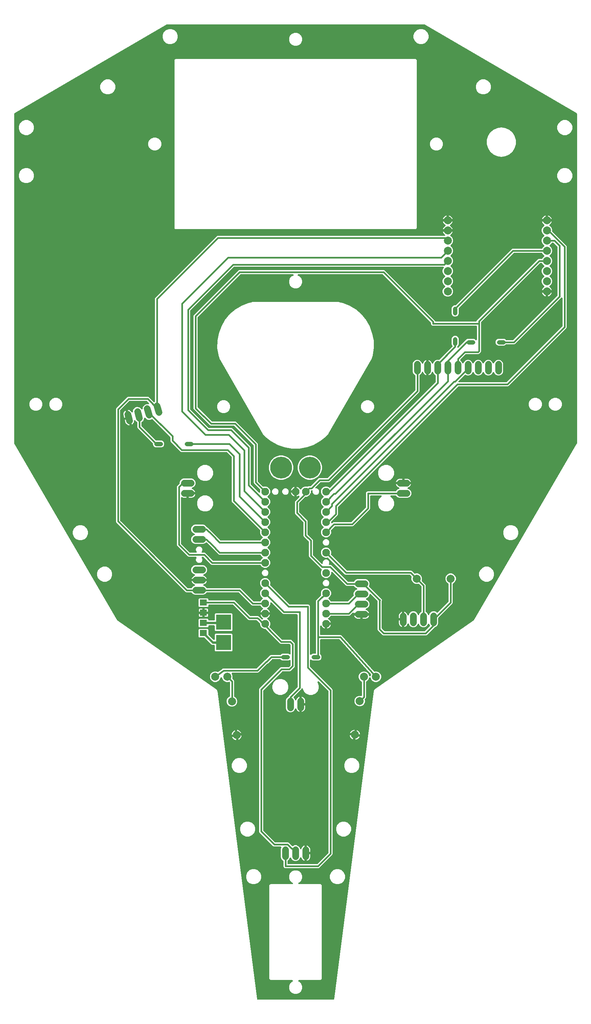
<source format=gbr>
G04 EAGLE Gerber RS-274X export*
G75*
%MOMM*%
%FSLAX34Y34*%
%LPD*%
%INBottom Copper*%
%IPPOS*%
%AMOC8*
5,1,8,0,0,1.08239X$1,22.5*%
G01*
G04 Define Apertures*
%ADD10C,1.676400*%
%ADD11C,2.000000*%
%ADD12C,1.930400*%
%ADD13R,1.800000X1.500000*%
%ADD14C,1.108000*%
%ADD15C,5.456000*%
%ADD16C,5.416000*%
%ADD17R,3.800000X3.800000*%
%ADD18C,0.406400*%
%ADD19C,0.606400*%
G36*
X95269Y-2137638D02*
X94476Y-2137799D01*
X-94476Y-2137799D01*
X-94960Y-2137740D01*
X-95692Y-2137395D01*
X-96231Y-2136792D01*
X-96492Y-2136027D01*
X-195645Y-1367238D01*
X-195634Y-1366971D01*
X-195789Y-1366102D01*
X-195805Y-1366004D01*
X-195907Y-1365210D01*
X-196339Y-1364537D01*
X-196390Y-1364451D01*
X-196789Y-1363757D01*
X-197446Y-1363300D01*
X-197526Y-1363241D01*
X-198224Y-1362702D01*
X-198467Y-1362589D01*
X-445931Y-1190337D01*
X-446525Y-1189694D01*
X-704233Y-748161D01*
X-704510Y-747136D01*
X-704510Y74970D01*
X-704451Y75456D01*
X-704106Y76187D01*
X-703502Y76725D01*
X-322724Y298973D01*
X-321699Y299250D01*
X321699Y299250D01*
X322724Y298973D01*
X703502Y76725D01*
X703892Y76430D01*
X704349Y75763D01*
X704510Y74970D01*
X704510Y-747136D01*
X704233Y-748161D01*
X446525Y-1189694D01*
X445931Y-1190337D01*
X198467Y-1362589D01*
X198224Y-1362702D01*
X197526Y-1363241D01*
X197446Y-1363300D01*
X196789Y-1363757D01*
X196390Y-1364451D01*
X196339Y-1364537D01*
X195907Y-1365210D01*
X195805Y-1366004D01*
X195789Y-1366102D01*
X195634Y-1366971D01*
X195645Y-1367238D01*
X96492Y-2136027D01*
X96372Y-2136499D01*
X95936Y-2137180D01*
X95269Y-2137638D01*
G37*
%LPC*%
G36*
X310200Y249738D02*
X317664Y249738D01*
X324560Y252594D01*
X329838Y257872D01*
X332694Y264768D01*
X332694Y272232D01*
X329838Y279128D01*
X324560Y284406D01*
X317664Y287262D01*
X310200Y287262D01*
X303304Y284406D01*
X298026Y279128D01*
X295170Y272232D01*
X295170Y264768D01*
X298026Y257872D01*
X303304Y252594D01*
X310200Y249738D01*
G37*
G36*
X-317664Y249738D02*
X-310200Y249738D01*
X-303304Y252594D01*
X-298026Y257872D01*
X-295170Y264768D01*
X-295170Y272232D01*
X-298026Y279128D01*
X-303304Y284406D01*
X-310200Y287262D01*
X-317664Y287262D01*
X-324560Y284406D01*
X-329838Y279128D01*
X-332694Y272232D01*
X-332694Y264768D01*
X-329838Y257872D01*
X-324560Y252594D01*
X-317664Y249738D01*
G37*
G36*
X-3235Y245571D02*
X3235Y245571D01*
X9212Y248047D01*
X13786Y252622D01*
X16262Y258599D01*
X16262Y265068D01*
X13786Y271045D01*
X9212Y275620D01*
X3235Y278095D01*
X-3235Y278095D01*
X-9212Y275620D01*
X-13786Y271045D01*
X-16262Y265068D01*
X-16262Y258599D01*
X-13786Y252622D01*
X-9212Y248047D01*
X-3235Y245571D01*
G37*
G36*
X-299845Y-212750D02*
X299845Y-212750D01*
X301407Y-212103D01*
X302603Y-210907D01*
X303250Y-209345D01*
X303250Y209345D01*
X302603Y210907D01*
X301407Y212103D01*
X299845Y212750D01*
X-299845Y212750D01*
X-301407Y212103D01*
X-302603Y210907D01*
X-303250Y209345D01*
X-303250Y-209345D01*
X-302603Y-210907D01*
X-301407Y-212103D01*
X-299845Y-212750D01*
G37*
G36*
X466268Y124099D02*
X473732Y124099D01*
X480628Y126956D01*
X485906Y132233D01*
X488762Y139129D01*
X488762Y146593D01*
X485906Y153489D01*
X480628Y158767D01*
X473732Y161623D01*
X466268Y161623D01*
X459372Y158767D01*
X454094Y153489D01*
X451238Y146593D01*
X451238Y139129D01*
X454094Y132233D01*
X459372Y126956D01*
X466268Y124099D01*
G37*
G36*
X-473732Y124099D02*
X-466268Y124099D01*
X-459372Y126956D01*
X-454094Y132233D01*
X-451238Y139129D01*
X-451238Y146593D01*
X-454094Y153489D01*
X-459372Y158767D01*
X-466268Y161623D01*
X-473732Y161623D01*
X-480628Y158767D01*
X-485906Y153489D01*
X-488762Y146593D01*
X-488762Y139129D01*
X-485906Y132233D01*
X-480628Y126956D01*
X-473732Y124099D01*
G37*
G36*
X670028Y22350D02*
X677492Y22350D01*
X684388Y25206D01*
X689666Y30484D01*
X692522Y37380D01*
X692522Y44844D01*
X689666Y51740D01*
X684388Y57018D01*
X677492Y59874D01*
X670028Y59874D01*
X663132Y57018D01*
X657854Y51740D01*
X654998Y44844D01*
X654998Y37380D01*
X657854Y30484D01*
X663132Y25206D01*
X670028Y22350D01*
G37*
G36*
X-677492Y22350D02*
X-670028Y22350D01*
X-663132Y25206D01*
X-657854Y30484D01*
X-654998Y37380D01*
X-654998Y44844D01*
X-657854Y51740D01*
X-663132Y57018D01*
X-670028Y59874D01*
X-677492Y59874D01*
X-684388Y57018D01*
X-689666Y51740D01*
X-692522Y44844D01*
X-692522Y37380D01*
X-689666Y30484D01*
X-684388Y25206D01*
X-677492Y22350D01*
G37*
G36*
X504679Y-30328D02*
X515000Y-31812D01*
X525321Y-30328D01*
X534806Y-25996D01*
X542687Y-19168D01*
X548324Y-10396D01*
X551262Y-391D01*
X551262Y10037D01*
X548324Y20042D01*
X542687Y28814D01*
X534806Y35642D01*
X525321Y39974D01*
X515000Y41458D01*
X504679Y39974D01*
X495194Y35642D01*
X487313Y28814D01*
X481676Y20042D01*
X478738Y10037D01*
X478738Y-391D01*
X481676Y-10396D01*
X487313Y-19168D01*
X495194Y-25996D01*
X504679Y-30328D01*
G37*
G36*
X349099Y-16262D02*
X355568Y-16262D01*
X361545Y-13786D01*
X366120Y-9212D01*
X368595Y-3235D01*
X368595Y3235D01*
X366120Y9212D01*
X361545Y13786D01*
X355568Y16262D01*
X349099Y16262D01*
X343122Y13786D01*
X338547Y9212D01*
X336071Y3235D01*
X336071Y-3235D01*
X338547Y-9212D01*
X343122Y-13786D01*
X349099Y-16262D01*
G37*
G36*
X-355568Y-16262D02*
X-349099Y-16262D01*
X-343122Y-13786D01*
X-338547Y-9212D01*
X-336071Y-3235D01*
X-336071Y3235D01*
X-338547Y9212D01*
X-343122Y13786D01*
X-349099Y16262D01*
X-355568Y16262D01*
X-361545Y13786D01*
X-366120Y9212D01*
X-368595Y3235D01*
X-368595Y-3235D01*
X-366120Y-9212D01*
X-361545Y-13786D01*
X-355568Y-16262D01*
G37*
G36*
X670028Y-97650D02*
X677492Y-97650D01*
X684388Y-94794D01*
X689666Y-89516D01*
X692522Y-82620D01*
X692522Y-75156D01*
X689666Y-68260D01*
X684388Y-62982D01*
X677492Y-60126D01*
X670028Y-60126D01*
X663132Y-62982D01*
X657854Y-68260D01*
X654998Y-75156D01*
X654998Y-82620D01*
X657854Y-89516D01*
X663132Y-94794D01*
X670028Y-97650D01*
G37*
G36*
X-677492Y-97650D02*
X-670028Y-97650D01*
X-663132Y-94794D01*
X-657854Y-89516D01*
X-654998Y-82620D01*
X-654998Y-75156D01*
X-657854Y-68260D01*
X-663132Y-62982D01*
X-670028Y-60126D01*
X-677492Y-60126D01*
X-684388Y-62982D01*
X-689666Y-68260D01*
X-692522Y-75156D01*
X-692522Y-82620D01*
X-689666Y-89516D01*
X-684388Y-94794D01*
X-677492Y-97650D01*
G37*
G36*
X368689Y-187452D02*
X377952Y-187452D01*
X377952Y-178189D01*
X373897Y-179869D01*
X370369Y-183397D01*
X368689Y-187452D01*
G37*
G36*
X384048Y-187452D02*
X393311Y-187452D01*
X391631Y-183397D01*
X388103Y-179869D01*
X384048Y-178189D01*
X384048Y-187452D01*
G37*
G36*
X616689Y-187452D02*
X625952Y-187452D01*
X625952Y-178189D01*
X621897Y-179869D01*
X618369Y-183397D01*
X616689Y-187452D01*
G37*
G36*
X632048Y-187452D02*
X641311Y-187452D01*
X639631Y-183397D01*
X636103Y-179869D01*
X632048Y-178189D01*
X632048Y-187452D01*
G37*
G36*
X368689Y-212852D02*
X393311Y-212852D01*
X391631Y-208797D01*
X388103Y-205269D01*
X387640Y-205077D01*
X387040Y-204693D01*
X386566Y-204037D01*
X386387Y-203249D01*
X386528Y-202452D01*
X386970Y-201775D01*
X387640Y-201323D01*
X388103Y-201131D01*
X391631Y-197603D01*
X393311Y-193548D01*
X368689Y-193548D01*
X370369Y-197603D01*
X373897Y-201131D01*
X374360Y-201323D01*
X374961Y-201707D01*
X375434Y-202363D01*
X375613Y-203151D01*
X375472Y-203948D01*
X375030Y-204625D01*
X374360Y-205077D01*
X373897Y-205269D01*
X370369Y-208797D01*
X368689Y-212852D01*
G37*
G36*
X-26410Y-1809238D02*
X57474Y-1809238D01*
X59341Y-1808465D01*
X92024Y-1775782D01*
X92797Y-1773915D01*
X92797Y-1364007D01*
X92024Y-1362140D01*
X36635Y-1306751D01*
X36201Y-1306107D01*
X36040Y-1305314D01*
X36040Y-1289731D01*
X36165Y-1289029D01*
X36590Y-1288341D01*
X37250Y-1287873D01*
X38040Y-1287699D01*
X38835Y-1287847D01*
X39509Y-1288294D01*
X40395Y-1289181D01*
X43552Y-1290488D01*
X58048Y-1290488D01*
X61205Y-1289181D01*
X63621Y-1286765D01*
X64928Y-1283608D01*
X64928Y-1280192D01*
X63621Y-1277035D01*
X62015Y-1275430D01*
X61581Y-1274786D01*
X61420Y-1273993D01*
X61420Y-1239012D01*
X61557Y-1238280D01*
X61992Y-1237598D01*
X62659Y-1237141D01*
X63452Y-1236980D01*
X108828Y-1236980D01*
X109691Y-1237172D01*
X110340Y-1237654D01*
X185150Y-1320954D01*
X185229Y-1321071D01*
X185309Y-1321131D01*
X188324Y-1324488D01*
X188677Y-1325039D01*
X188844Y-1325830D01*
X188690Y-1326624D01*
X187877Y-1328585D01*
X187493Y-1329186D01*
X186837Y-1329659D01*
X186049Y-1329839D01*
X185252Y-1329697D01*
X184575Y-1329256D01*
X184123Y-1328585D01*
X182062Y-1323609D01*
X178391Y-1319938D01*
X173595Y-1317952D01*
X168405Y-1317952D01*
X163609Y-1319938D01*
X159938Y-1323609D01*
X157952Y-1328405D01*
X157952Y-1333595D01*
X159938Y-1338391D01*
X163609Y-1342062D01*
X164666Y-1342499D01*
X165302Y-1342917D01*
X165759Y-1343584D01*
X165920Y-1344377D01*
X165920Y-1376940D01*
X165789Y-1377658D01*
X165359Y-1378342D01*
X164696Y-1378805D01*
X163904Y-1378972D01*
X163158Y-1378827D01*
X157942Y-1378827D01*
X153146Y-1380813D01*
X149476Y-1384484D01*
X147489Y-1389279D01*
X147489Y-1394470D01*
X149476Y-1399266D01*
X153146Y-1402936D01*
X157942Y-1404923D01*
X163133Y-1404923D01*
X167928Y-1402936D01*
X171599Y-1399266D01*
X173585Y-1394470D01*
X173585Y-1389279D01*
X173148Y-1388223D01*
X172993Y-1387477D01*
X173142Y-1386682D01*
X173588Y-1386008D01*
X175307Y-1384290D01*
X176080Y-1382423D01*
X176080Y-1344377D01*
X176223Y-1343629D01*
X176664Y-1342951D01*
X177334Y-1342499D01*
X178391Y-1342062D01*
X182062Y-1338391D01*
X184123Y-1333415D01*
X184507Y-1332814D01*
X185163Y-1332341D01*
X185951Y-1332161D01*
X186748Y-1332303D01*
X187425Y-1332744D01*
X187877Y-1333415D01*
X189938Y-1338391D01*
X193609Y-1342062D01*
X198405Y-1344048D01*
X203595Y-1344048D01*
X208391Y-1342062D01*
X212062Y-1338391D01*
X214048Y-1333595D01*
X214048Y-1328405D01*
X212062Y-1323609D01*
X208391Y-1319938D01*
X203595Y-1317952D01*
X198405Y-1317952D01*
X198061Y-1318095D01*
X197206Y-1318248D01*
X196420Y-1318057D01*
X195771Y-1317575D01*
X116593Y-1229411D01*
X116418Y-1229134D01*
X115727Y-1228443D01*
X115652Y-1228364D01*
X115009Y-1227648D01*
X114120Y-1227280D01*
X114021Y-1227235D01*
X113153Y-1226820D01*
X112191Y-1226820D01*
X112082Y-1226817D01*
X111106Y-1226765D01*
X110783Y-1226820D01*
X63452Y-1226820D01*
X62720Y-1226683D01*
X62038Y-1226248D01*
X61581Y-1225581D01*
X61420Y-1224788D01*
X61420Y-1204953D01*
X61540Y-1204266D01*
X61959Y-1203574D01*
X62615Y-1203101D01*
X63403Y-1202921D01*
X64200Y-1203063D01*
X64877Y-1203504D01*
X65329Y-1204175D01*
X65864Y-1205466D01*
X69294Y-1208896D01*
X73152Y-1210494D01*
X73152Y-1195512D01*
X88134Y-1195512D01*
X86536Y-1191654D01*
X83106Y-1188224D01*
X82595Y-1188012D01*
X81994Y-1187628D01*
X81521Y-1186972D01*
X81341Y-1186184D01*
X81483Y-1185387D01*
X81924Y-1184710D01*
X82595Y-1184258D01*
X83394Y-1183927D01*
X86967Y-1180354D01*
X87323Y-1179494D01*
X87740Y-1178858D01*
X88407Y-1178401D01*
X89200Y-1178240D01*
X134388Y-1178240D01*
X136256Y-1177467D01*
X142487Y-1171235D01*
X143072Y-1170827D01*
X143859Y-1170641D01*
X144657Y-1170777D01*
X145338Y-1171212D01*
X145795Y-1171879D01*
X145822Y-1172012D01*
X184201Y-1172012D01*
X182901Y-1168873D01*
X179829Y-1165801D01*
X176718Y-1164512D01*
X176117Y-1164128D01*
X175644Y-1163472D01*
X175464Y-1162684D01*
X175606Y-1161887D01*
X176047Y-1161210D01*
X176718Y-1160758D01*
X180117Y-1159350D01*
X183332Y-1156135D01*
X185072Y-1151934D01*
X185072Y-1147386D01*
X183332Y-1143185D01*
X180117Y-1139970D01*
X177382Y-1138837D01*
X176781Y-1138453D01*
X176308Y-1137797D01*
X176128Y-1137009D01*
X176270Y-1136212D01*
X176711Y-1135535D01*
X177382Y-1135083D01*
X180117Y-1133950D01*
X183332Y-1130735D01*
X185072Y-1126534D01*
X185072Y-1126042D01*
X185197Y-1125340D01*
X185622Y-1124651D01*
X186282Y-1124184D01*
X187072Y-1124010D01*
X187867Y-1124158D01*
X188541Y-1124605D01*
X204885Y-1140949D01*
X205319Y-1141593D01*
X205480Y-1142386D01*
X205480Y-1212989D01*
X206253Y-1214856D01*
X217848Y-1226451D01*
X219716Y-1227224D01*
X326787Y-1227224D01*
X328654Y-1226451D01*
X347279Y-1207826D01*
X347938Y-1207385D01*
X352075Y-1205672D01*
X355290Y-1202457D01*
X357030Y-1198256D01*
X357030Y-1184196D01*
X357179Y-1183433D01*
X357625Y-1182759D01*
X392407Y-1147978D01*
X393180Y-1146110D01*
X393180Y-1099377D01*
X393323Y-1098629D01*
X393764Y-1097951D01*
X394434Y-1097499D01*
X395491Y-1097062D01*
X399162Y-1093391D01*
X401148Y-1088595D01*
X401148Y-1083405D01*
X399162Y-1078609D01*
X395491Y-1074938D01*
X390695Y-1072952D01*
X385505Y-1072952D01*
X380709Y-1074938D01*
X377038Y-1078609D01*
X375052Y-1083405D01*
X375052Y-1088595D01*
X377038Y-1093391D01*
X380709Y-1097062D01*
X381766Y-1097499D01*
X382402Y-1097917D01*
X382859Y-1098584D01*
X383020Y-1099377D01*
X383020Y-1142154D01*
X382871Y-1142917D01*
X382425Y-1143591D01*
X355718Y-1170298D01*
X355103Y-1170719D01*
X354314Y-1170893D01*
X353519Y-1170744D01*
X352844Y-1170298D01*
X352075Y-1169528D01*
X347874Y-1167788D01*
X343326Y-1167788D01*
X339125Y-1169528D01*
X335910Y-1172743D01*
X334777Y-1175478D01*
X334393Y-1176079D01*
X333737Y-1176552D01*
X332949Y-1176732D01*
X332152Y-1176590D01*
X331475Y-1176149D01*
X331023Y-1175478D01*
X329890Y-1172743D01*
X326675Y-1169528D01*
X326534Y-1169470D01*
X325898Y-1169052D01*
X325441Y-1168385D01*
X325280Y-1167593D01*
X325280Y-1102090D01*
X324507Y-1100222D01*
X316151Y-1091867D01*
X315723Y-1091237D01*
X315556Y-1090446D01*
X315710Y-1089652D01*
X316148Y-1088595D01*
X316148Y-1083405D01*
X314162Y-1078609D01*
X310491Y-1074938D01*
X305695Y-1072952D01*
X300505Y-1072952D01*
X299448Y-1073390D01*
X298703Y-1073544D01*
X297908Y-1073396D01*
X297233Y-1072949D01*
X290738Y-1066453D01*
X288870Y-1065680D01*
X129146Y-1065680D01*
X128383Y-1065531D01*
X127709Y-1065085D01*
X88984Y-1026360D01*
X88557Y-1025731D01*
X88389Y-1024940D01*
X88544Y-1024146D01*
X88900Y-1023286D01*
X88900Y-1018234D01*
X86967Y-1013566D01*
X83394Y-1009993D01*
X78726Y-1008060D01*
X73674Y-1008060D01*
X69006Y-1009993D01*
X65433Y-1013566D01*
X63500Y-1018234D01*
X63500Y-1023286D01*
X65433Y-1027954D01*
X69006Y-1031527D01*
X73674Y-1033460D01*
X78726Y-1033460D01*
X79586Y-1033104D01*
X80331Y-1032950D01*
X81126Y-1033098D01*
X81800Y-1033544D01*
X123322Y-1075067D01*
X125190Y-1075840D01*
X284914Y-1075840D01*
X285677Y-1075989D01*
X286351Y-1076435D01*
X290049Y-1080133D01*
X290477Y-1080763D01*
X290644Y-1081554D01*
X290490Y-1082348D01*
X290052Y-1083405D01*
X290052Y-1088595D01*
X292038Y-1093391D01*
X295709Y-1097062D01*
X300505Y-1099048D01*
X305695Y-1099048D01*
X306752Y-1098610D01*
X307497Y-1098456D01*
X308292Y-1098604D01*
X308967Y-1099051D01*
X314525Y-1104609D01*
X314959Y-1105253D01*
X315120Y-1106046D01*
X315120Y-1167593D01*
X314977Y-1168340D01*
X314536Y-1169018D01*
X313866Y-1169470D01*
X313725Y-1169528D01*
X310510Y-1172743D01*
X309377Y-1175478D01*
X308993Y-1176079D01*
X308337Y-1176552D01*
X307549Y-1176732D01*
X306752Y-1176590D01*
X306075Y-1176149D01*
X305623Y-1175478D01*
X304490Y-1172743D01*
X301275Y-1169528D01*
X297074Y-1167788D01*
X292526Y-1167788D01*
X288325Y-1169528D01*
X285110Y-1172743D01*
X283702Y-1176142D01*
X283318Y-1176743D01*
X282662Y-1177216D01*
X281874Y-1177396D01*
X281077Y-1177254D01*
X280400Y-1176813D01*
X279948Y-1176142D01*
X278659Y-1173031D01*
X275587Y-1169959D01*
X272448Y-1168659D01*
X272448Y-1206541D01*
X275587Y-1205241D01*
X278659Y-1202169D01*
X279948Y-1199058D01*
X280332Y-1198457D01*
X280988Y-1197984D01*
X281776Y-1197804D01*
X282573Y-1197946D01*
X283250Y-1198387D01*
X283702Y-1199058D01*
X285110Y-1202457D01*
X288325Y-1205672D01*
X292526Y-1207412D01*
X297074Y-1207412D01*
X301275Y-1205672D01*
X304490Y-1202457D01*
X305623Y-1199722D01*
X306007Y-1199121D01*
X306663Y-1198648D01*
X307451Y-1198468D01*
X308248Y-1198610D01*
X308925Y-1199051D01*
X309377Y-1199722D01*
X310510Y-1202457D01*
X313725Y-1205672D01*
X317926Y-1207412D01*
X322474Y-1207412D01*
X326675Y-1205672D01*
X329890Y-1202457D01*
X331023Y-1199722D01*
X331407Y-1199121D01*
X332063Y-1198648D01*
X332851Y-1198468D01*
X333648Y-1198610D01*
X334325Y-1199051D01*
X334777Y-1199722D01*
X336031Y-1202749D01*
X336079Y-1202819D01*
X336253Y-1203609D01*
X336105Y-1204404D01*
X335658Y-1205078D01*
X324267Y-1216469D01*
X323623Y-1216903D01*
X322830Y-1217064D01*
X223672Y-1217064D01*
X222909Y-1216915D01*
X222235Y-1216469D01*
X216235Y-1210469D01*
X215801Y-1209825D01*
X215640Y-1209032D01*
X215640Y-1141421D01*
X215795Y-1140643D01*
X215806Y-1140616D01*
X215806Y-1138595D01*
X215033Y-1136728D01*
X184382Y-1106078D01*
X183954Y-1105448D01*
X183787Y-1104657D01*
X183941Y-1103863D01*
X185072Y-1101134D01*
X185072Y-1096586D01*
X183332Y-1092385D01*
X180117Y-1089170D01*
X175916Y-1087430D01*
X154604Y-1087430D01*
X150403Y-1089170D01*
X147188Y-1092385D01*
X147130Y-1092526D01*
X146712Y-1093162D01*
X146045Y-1093619D01*
X145253Y-1093780D01*
X131806Y-1093780D01*
X131043Y-1093631D01*
X130369Y-1093185D01*
X89518Y-1052333D01*
X87650Y-1051560D01*
X85475Y-1051560D01*
X84758Y-1051429D01*
X84073Y-1050999D01*
X83610Y-1050335D01*
X83443Y-1049544D01*
X83598Y-1048750D01*
X84026Y-1047717D01*
X84026Y-1044603D01*
X82835Y-1041727D01*
X80633Y-1039525D01*
X77757Y-1038334D01*
X74643Y-1038334D01*
X71767Y-1039525D01*
X69565Y-1041727D01*
X68374Y-1044603D01*
X68374Y-1046884D01*
X68249Y-1047586D01*
X67824Y-1048274D01*
X67164Y-1048742D01*
X66374Y-1048916D01*
X65579Y-1048768D01*
X64905Y-1048321D01*
X43775Y-1027191D01*
X43341Y-1026547D01*
X43180Y-1025754D01*
X43180Y-989590D01*
X42407Y-987722D01*
X30615Y-975931D01*
X30181Y-975287D01*
X30020Y-974494D01*
X30020Y-941771D01*
X29247Y-939904D01*
X9295Y-919952D01*
X8861Y-919308D01*
X8700Y-918515D01*
X8700Y-897765D01*
X8849Y-897002D01*
X9295Y-896328D01*
X23968Y-881655D01*
X24612Y-881221D01*
X25405Y-881060D01*
X27926Y-881060D01*
X32594Y-879127D01*
X36167Y-875554D01*
X38100Y-870886D01*
X38100Y-867112D01*
X38237Y-866380D01*
X38672Y-865698D01*
X39339Y-865241D01*
X40132Y-865080D01*
X40942Y-865080D01*
X41675Y-865217D01*
X42356Y-865652D01*
X42813Y-866319D01*
X42974Y-867112D01*
X42974Y-869917D01*
X44165Y-872793D01*
X46367Y-874995D01*
X49243Y-876186D01*
X52357Y-876186D01*
X55233Y-874995D01*
X57435Y-872793D01*
X58626Y-869917D01*
X58626Y-866803D01*
X57435Y-863927D01*
X55233Y-861725D01*
X52357Y-860534D01*
X51556Y-860534D01*
X50854Y-860409D01*
X50166Y-859984D01*
X49698Y-859324D01*
X49524Y-858534D01*
X49672Y-857739D01*
X50119Y-857065D01*
X61509Y-845675D01*
X62153Y-845241D01*
X62946Y-845080D01*
X83190Y-845080D01*
X85058Y-844307D01*
X309107Y-620258D01*
X309880Y-618390D01*
X309880Y-578807D01*
X310023Y-578060D01*
X310464Y-577382D01*
X311134Y-576930D01*
X311275Y-576872D01*
X314490Y-573657D01*
X315898Y-570258D01*
X316282Y-569657D01*
X316938Y-569184D01*
X317726Y-569004D01*
X318523Y-569146D01*
X319200Y-569587D01*
X319652Y-570258D01*
X320941Y-573369D01*
X324013Y-576441D01*
X327152Y-577741D01*
X327152Y-539859D01*
X324013Y-541159D01*
X320941Y-544231D01*
X319652Y-547342D01*
X319268Y-547943D01*
X318612Y-548416D01*
X317824Y-548596D01*
X317027Y-548454D01*
X316350Y-548013D01*
X315898Y-547342D01*
X314490Y-543943D01*
X311275Y-540728D01*
X307074Y-538988D01*
X302526Y-538988D01*
X298325Y-540728D01*
X295110Y-543943D01*
X293370Y-548144D01*
X293370Y-569456D01*
X295110Y-573657D01*
X298325Y-576872D01*
X298466Y-576930D01*
X299102Y-577348D01*
X299559Y-578015D01*
X299720Y-578807D01*
X299720Y-614434D01*
X299571Y-615197D01*
X299125Y-615871D01*
X80671Y-834325D01*
X80027Y-834759D01*
X79234Y-834920D01*
X58990Y-834920D01*
X57122Y-835693D01*
X38491Y-854325D01*
X37847Y-854759D01*
X37054Y-854920D01*
X32750Y-854920D01*
X30740Y-855752D01*
X30371Y-856003D01*
X29580Y-856171D01*
X28786Y-856016D01*
X27926Y-855660D01*
X22874Y-855660D01*
X18206Y-857593D01*
X14633Y-861166D01*
X14302Y-861965D01*
X13918Y-862566D01*
X13262Y-863039D01*
X12474Y-863219D01*
X11677Y-863077D01*
X11000Y-862636D01*
X10548Y-861965D01*
X10336Y-861454D01*
X6906Y-858024D01*
X3048Y-856426D01*
X3048Y-880294D01*
X7118Y-878608D01*
X7798Y-878456D01*
X8598Y-878579D01*
X9286Y-879004D01*
X9754Y-879663D01*
X9927Y-880453D01*
X9779Y-881248D01*
X9332Y-881922D01*
X-687Y-891941D01*
X-1460Y-893808D01*
X-1460Y-922472D01*
X-687Y-924339D01*
X19265Y-944290D01*
X19699Y-944934D01*
X19860Y-945727D01*
X19860Y-978450D01*
X20633Y-980318D01*
X32425Y-992109D01*
X32859Y-992753D01*
X33020Y-993546D01*
X33020Y-1029710D01*
X33793Y-1031578D01*
X63162Y-1060947D01*
X64433Y-1061473D01*
X65057Y-1061879D01*
X65520Y-1062543D01*
X65687Y-1063334D01*
X65532Y-1064128D01*
X63500Y-1069034D01*
X63500Y-1074086D01*
X65433Y-1078754D01*
X69006Y-1082327D01*
X73674Y-1084260D01*
X78726Y-1084260D01*
X83394Y-1082327D01*
X86967Y-1078754D01*
X88900Y-1074086D01*
X88900Y-1070990D01*
X89025Y-1070288D01*
X89450Y-1069600D01*
X90110Y-1069132D01*
X90900Y-1068958D01*
X91695Y-1069106D01*
X92369Y-1069553D01*
X125982Y-1103167D01*
X127850Y-1103940D01*
X145253Y-1103940D01*
X146000Y-1104083D01*
X146678Y-1104524D01*
X147130Y-1105194D01*
X147188Y-1105335D01*
X150403Y-1108550D01*
X153138Y-1109683D01*
X153739Y-1110067D01*
X154212Y-1110723D01*
X154392Y-1111511D01*
X154250Y-1112308D01*
X153809Y-1112985D01*
X153138Y-1113437D01*
X150403Y-1114570D01*
X147188Y-1117785D01*
X145448Y-1121986D01*
X145448Y-1126534D01*
X145506Y-1126674D01*
X145661Y-1127419D01*
X145512Y-1128214D01*
X145066Y-1128888D01*
X131869Y-1142085D01*
X131225Y-1142519D01*
X130432Y-1142680D01*
X89200Y-1142680D01*
X88452Y-1142537D01*
X87775Y-1142096D01*
X87323Y-1141426D01*
X86967Y-1140566D01*
X83394Y-1136993D01*
X83258Y-1136937D01*
X82658Y-1136553D01*
X82185Y-1135897D01*
X82005Y-1135109D01*
X82147Y-1134312D01*
X82588Y-1133635D01*
X83258Y-1133183D01*
X83394Y-1133127D01*
X86967Y-1129554D01*
X88900Y-1124886D01*
X88900Y-1119834D01*
X86967Y-1115166D01*
X83394Y-1111593D01*
X78726Y-1109660D01*
X73674Y-1109660D01*
X69006Y-1111593D01*
X65433Y-1115166D01*
X63500Y-1119834D01*
X63500Y-1124886D01*
X63856Y-1125746D01*
X64010Y-1126491D01*
X63862Y-1127286D01*
X63416Y-1127960D01*
X52033Y-1139342D01*
X51260Y-1141210D01*
X51260Y-1271280D01*
X51123Y-1272013D01*
X50688Y-1272694D01*
X50021Y-1273151D01*
X49228Y-1273312D01*
X43552Y-1273312D01*
X40395Y-1274619D01*
X39509Y-1275506D01*
X38924Y-1275914D01*
X38137Y-1276100D01*
X37340Y-1275964D01*
X36658Y-1275529D01*
X36201Y-1274862D01*
X36040Y-1274069D01*
X36040Y-1154690D01*
X35267Y-1152822D01*
X33838Y-1151393D01*
X31970Y-1150620D01*
X-14514Y-1150620D01*
X-15277Y-1150471D01*
X-15951Y-1150025D01*
X-63416Y-1102560D01*
X-63843Y-1101931D01*
X-64011Y-1101140D01*
X-63856Y-1100346D01*
X-63500Y-1099486D01*
X-63500Y-1094434D01*
X-65433Y-1089766D01*
X-69006Y-1086193D01*
X-73674Y-1084260D01*
X-78726Y-1084260D01*
X-83394Y-1086193D01*
X-86967Y-1089766D01*
X-88900Y-1094434D01*
X-88900Y-1099486D01*
X-86967Y-1104154D01*
X-83394Y-1107727D01*
X-83258Y-1107783D01*
X-82658Y-1108167D01*
X-82185Y-1108823D01*
X-82005Y-1109611D01*
X-82147Y-1110408D01*
X-82588Y-1111085D01*
X-83258Y-1111537D01*
X-83394Y-1111593D01*
X-86967Y-1115166D01*
X-88900Y-1119834D01*
X-88900Y-1124886D01*
X-86967Y-1129554D01*
X-83394Y-1133127D01*
X-83258Y-1133183D01*
X-82658Y-1133567D01*
X-82185Y-1134223D01*
X-82005Y-1135011D01*
X-82147Y-1135808D01*
X-82588Y-1136485D01*
X-83258Y-1136937D01*
X-83394Y-1136993D01*
X-86967Y-1140566D01*
X-87323Y-1141426D01*
X-87740Y-1142062D01*
X-88407Y-1142519D01*
X-89200Y-1142680D01*
X-104194Y-1142680D01*
X-104957Y-1142531D01*
X-105631Y-1142085D01*
X-137122Y-1110593D01*
X-138990Y-1109820D01*
X-221293Y-1109820D01*
X-222040Y-1109677D01*
X-222718Y-1109236D01*
X-223170Y-1108566D01*
X-223228Y-1108425D01*
X-226443Y-1105210D01*
X-229842Y-1103802D01*
X-230443Y-1103418D01*
X-230916Y-1102762D01*
X-231096Y-1101974D01*
X-230954Y-1101177D01*
X-230513Y-1100500D01*
X-229842Y-1100048D01*
X-226731Y-1098759D01*
X-223659Y-1095687D01*
X-222359Y-1092548D01*
X-260241Y-1092548D01*
X-258941Y-1095687D01*
X-255869Y-1098759D01*
X-252758Y-1100048D01*
X-252157Y-1100432D01*
X-251684Y-1101088D01*
X-251504Y-1101876D01*
X-251646Y-1102673D01*
X-252087Y-1103350D01*
X-252758Y-1103802D01*
X-256157Y-1105210D01*
X-259372Y-1108425D01*
X-259430Y-1108566D01*
X-259848Y-1109202D01*
X-260515Y-1109659D01*
X-261307Y-1109820D01*
X-269274Y-1109820D01*
X-270037Y-1109671D01*
X-270711Y-1109225D01*
X-438825Y-941111D01*
X-439259Y-940467D01*
X-439420Y-939674D01*
X-439420Y-666046D01*
X-439271Y-665283D01*
X-438825Y-664609D01*
X-416728Y-642512D01*
X-416084Y-642078D01*
X-415291Y-641917D01*
X-373083Y-641917D01*
X-372320Y-642066D01*
X-371646Y-642512D01*
X-367337Y-646822D01*
X-366844Y-647621D01*
X-366748Y-648424D01*
X-366973Y-649201D01*
X-367484Y-649828D01*
X-368198Y-650207D01*
X-369004Y-650277D01*
X-372067Y-649928D01*
X-376438Y-651182D01*
X-379997Y-654012D01*
X-382201Y-657989D01*
X-382537Y-660930D01*
X-382740Y-661614D01*
X-383241Y-662249D01*
X-383949Y-662640D01*
X-384753Y-662723D01*
X-385526Y-662485D01*
X-386146Y-661965D01*
X-387988Y-659649D01*
X-391965Y-657444D01*
X-396483Y-656929D01*
X-400854Y-658183D01*
X-404413Y-661013D01*
X-406618Y-664990D01*
X-407034Y-668645D01*
X-407238Y-669329D01*
X-407738Y-669964D01*
X-408446Y-670355D01*
X-409251Y-670438D01*
X-410024Y-670200D01*
X-410643Y-669680D01*
X-412739Y-667045D01*
X-416539Y-664939D01*
X-419915Y-664554D01*
X-409473Y-700969D01*
X-406814Y-698854D01*
X-404708Y-695054D01*
X-404327Y-691709D01*
X-404123Y-691025D01*
X-403623Y-690390D01*
X-402914Y-689999D01*
X-402110Y-689916D01*
X-401337Y-690154D01*
X-400717Y-690674D01*
X-398428Y-693553D01*
X-397025Y-694330D01*
X-396596Y-694648D01*
X-396139Y-695315D01*
X-395978Y-696107D01*
X-395978Y-707853D01*
X-395204Y-709720D01*
X-357623Y-747301D01*
X-357189Y-747945D01*
X-357028Y-748738D01*
X-357028Y-751008D01*
X-355721Y-754165D01*
X-353305Y-756581D01*
X-350148Y-757888D01*
X-335652Y-757888D01*
X-332495Y-756581D01*
X-330079Y-754165D01*
X-328772Y-751008D01*
X-328772Y-747592D01*
X-330079Y-744435D01*
X-332495Y-742019D01*
X-335652Y-740712D01*
X-349002Y-740712D01*
X-349765Y-740563D01*
X-350439Y-740117D01*
X-385222Y-705333D01*
X-385657Y-704689D01*
X-385818Y-703897D01*
X-385818Y-696202D01*
X-385571Y-695231D01*
X-385051Y-694612D01*
X-382003Y-692188D01*
X-379799Y-688211D01*
X-379463Y-685270D01*
X-379260Y-684586D01*
X-378759Y-683951D01*
X-378051Y-683560D01*
X-377247Y-683477D01*
X-376474Y-683715D01*
X-375854Y-684235D01*
X-374012Y-686551D01*
X-370035Y-688756D01*
X-365517Y-689271D01*
X-361146Y-688017D01*
X-360567Y-687557D01*
X-360124Y-687289D01*
X-359334Y-687115D01*
X-358539Y-687264D01*
X-357865Y-687710D01*
X-313935Y-731640D01*
X-313501Y-732285D01*
X-313340Y-733077D01*
X-313340Y-742009D01*
X-312567Y-743877D01*
X-287897Y-768547D01*
X-286029Y-769320D01*
X-172686Y-769320D01*
X-171923Y-769469D01*
X-171249Y-769915D01*
X-160259Y-780905D01*
X-159825Y-781549D01*
X-159664Y-782342D01*
X-159664Y-892586D01*
X-158891Y-894454D01*
X-88984Y-964360D01*
X-88557Y-964989D01*
X-88389Y-965780D01*
X-88544Y-966574D01*
X-88900Y-967434D01*
X-88900Y-972486D01*
X-86967Y-977154D01*
X-83394Y-980727D01*
X-83258Y-980783D01*
X-82658Y-981167D01*
X-82185Y-981823D01*
X-82005Y-982611D01*
X-82147Y-983408D01*
X-82588Y-984085D01*
X-83258Y-984537D01*
X-83394Y-984593D01*
X-86967Y-988166D01*
X-87323Y-989026D01*
X-87740Y-989662D01*
X-88407Y-990119D01*
X-89200Y-990280D01*
X-187112Y-990280D01*
X-187875Y-990131D01*
X-188549Y-989685D01*
X-220040Y-958193D01*
X-222027Y-957371D01*
X-222674Y-956942D01*
X-223126Y-956271D01*
X-223228Y-956025D01*
X-226443Y-952810D01*
X-230644Y-951070D01*
X-251956Y-951070D01*
X-256157Y-952810D01*
X-259372Y-956025D01*
X-261112Y-960226D01*
X-261112Y-964774D01*
X-259372Y-968975D01*
X-256157Y-972190D01*
X-253422Y-973323D01*
X-252821Y-973707D01*
X-252348Y-974363D01*
X-252168Y-975151D01*
X-252310Y-975948D01*
X-252751Y-976625D01*
X-253422Y-977077D01*
X-256157Y-978210D01*
X-259372Y-981425D01*
X-261112Y-985626D01*
X-261112Y-990174D01*
X-259372Y-994375D01*
X-256157Y-997590D01*
X-251956Y-999330D01*
X-230644Y-999330D01*
X-226443Y-997590D01*
X-224865Y-996011D01*
X-224250Y-995590D01*
X-223460Y-995416D01*
X-222665Y-995565D01*
X-221991Y-996011D01*
X-212650Y-1005352D01*
X-192936Y-1025067D01*
X-191068Y-1025840D01*
X-89200Y-1025840D01*
X-88452Y-1025983D01*
X-87775Y-1026424D01*
X-87323Y-1027094D01*
X-86967Y-1027954D01*
X-83394Y-1031527D01*
X-83258Y-1031583D01*
X-82658Y-1031967D01*
X-82185Y-1032623D01*
X-82005Y-1033411D01*
X-82147Y-1034208D01*
X-82588Y-1034885D01*
X-83258Y-1035337D01*
X-83394Y-1035393D01*
X-86967Y-1038966D01*
X-87323Y-1039826D01*
X-87740Y-1040462D01*
X-88407Y-1040919D01*
X-89200Y-1041080D01*
X-205814Y-1041080D01*
X-206577Y-1040931D01*
X-207251Y-1040485D01*
X-225722Y-1022013D01*
X-227590Y-1021240D01*
X-233267Y-1021240D01*
X-233969Y-1021115D01*
X-234657Y-1020690D01*
X-235125Y-1020030D01*
X-235298Y-1019240D01*
X-235150Y-1018445D01*
X-234704Y-1017771D01*
X-234665Y-1017733D01*
X-233474Y-1014857D01*
X-233474Y-1011743D01*
X-234665Y-1008867D01*
X-236867Y-1006665D01*
X-239743Y-1005474D01*
X-242857Y-1005474D01*
X-245733Y-1006665D01*
X-247935Y-1008867D01*
X-249126Y-1011743D01*
X-249126Y-1014857D01*
X-247935Y-1017733D01*
X-247896Y-1017771D01*
X-247488Y-1018356D01*
X-247302Y-1019143D01*
X-247438Y-1019941D01*
X-247874Y-1020622D01*
X-248541Y-1021079D01*
X-249333Y-1021240D01*
X-263594Y-1021240D01*
X-264357Y-1021091D01*
X-265031Y-1020645D01*
X-286169Y-999507D01*
X-286603Y-998863D01*
X-286764Y-998070D01*
X-286764Y-884091D01*
X-286633Y-883374D01*
X-286203Y-882689D01*
X-285539Y-882226D01*
X-284748Y-882059D01*
X-283954Y-882214D01*
X-280555Y-883622D01*
X-273048Y-883622D01*
X-273048Y-869652D01*
X-251059Y-869652D01*
X-252359Y-866513D01*
X-255431Y-863441D01*
X-258542Y-862152D01*
X-259143Y-861768D01*
X-259616Y-861112D01*
X-259796Y-860324D01*
X-259654Y-859527D01*
X-259213Y-858850D01*
X-258542Y-858398D01*
X-255143Y-856990D01*
X-251928Y-853775D01*
X-250188Y-849574D01*
X-250188Y-845026D01*
X-251928Y-840825D01*
X-255143Y-837610D01*
X-259344Y-835870D01*
X-280656Y-835870D01*
X-284857Y-837610D01*
X-288072Y-840825D01*
X-289812Y-845026D01*
X-289812Y-847066D01*
X-289961Y-847829D01*
X-290407Y-848503D01*
X-296151Y-854246D01*
X-296924Y-856113D01*
X-296924Y-1002026D01*
X-296151Y-1003894D01*
X-269418Y-1030627D01*
X-267550Y-1031400D01*
X-249788Y-1031400D01*
X-249071Y-1031531D01*
X-248386Y-1031961D01*
X-247923Y-1032625D01*
X-247756Y-1033416D01*
X-247911Y-1034210D01*
X-249126Y-1037143D01*
X-249126Y-1040257D01*
X-247935Y-1043133D01*
X-245733Y-1045335D01*
X-242857Y-1046526D01*
X-239743Y-1046526D01*
X-236867Y-1045335D01*
X-234665Y-1043133D01*
X-233474Y-1040257D01*
X-233474Y-1037143D01*
X-234689Y-1034210D01*
X-234843Y-1033497D01*
X-234707Y-1032700D01*
X-234271Y-1032018D01*
X-233604Y-1031561D01*
X-232812Y-1031400D01*
X-231546Y-1031400D01*
X-230783Y-1031549D01*
X-230109Y-1031995D01*
X-211638Y-1050467D01*
X-209770Y-1051240D01*
X-89200Y-1051240D01*
X-88452Y-1051383D01*
X-87775Y-1051824D01*
X-87323Y-1052494D01*
X-86967Y-1053354D01*
X-83394Y-1056927D01*
X-78726Y-1058860D01*
X-73674Y-1058860D01*
X-69006Y-1056927D01*
X-65433Y-1053354D01*
X-63500Y-1048686D01*
X-63500Y-1043634D01*
X-65433Y-1038966D01*
X-69006Y-1035393D01*
X-69142Y-1035337D01*
X-69742Y-1034953D01*
X-70216Y-1034297D01*
X-70395Y-1033509D01*
X-70253Y-1032712D01*
X-69812Y-1032035D01*
X-69142Y-1031583D01*
X-69006Y-1031527D01*
X-65433Y-1027954D01*
X-63500Y-1023286D01*
X-63500Y-1018234D01*
X-65433Y-1013566D01*
X-69006Y-1009993D01*
X-69142Y-1009937D01*
X-69742Y-1009553D01*
X-70216Y-1008897D01*
X-70395Y-1008109D01*
X-70253Y-1007312D01*
X-69812Y-1006635D01*
X-69142Y-1006183D01*
X-69006Y-1006127D01*
X-65433Y-1002554D01*
X-63500Y-997886D01*
X-63500Y-992834D01*
X-65433Y-988166D01*
X-69006Y-984593D01*
X-69142Y-984537D01*
X-69742Y-984153D01*
X-70216Y-983497D01*
X-70395Y-982709D01*
X-70253Y-981912D01*
X-69812Y-981235D01*
X-69142Y-980783D01*
X-69006Y-980727D01*
X-65433Y-977154D01*
X-63500Y-972486D01*
X-63500Y-967434D01*
X-65433Y-962766D01*
X-69006Y-959193D01*
X-69142Y-959137D01*
X-69742Y-958753D01*
X-70216Y-958097D01*
X-70395Y-957309D01*
X-70253Y-956512D01*
X-69812Y-955835D01*
X-69142Y-955383D01*
X-69006Y-955327D01*
X-65433Y-951754D01*
X-63500Y-947086D01*
X-63500Y-942034D01*
X-65433Y-937366D01*
X-69006Y-933793D01*
X-69142Y-933737D01*
X-69742Y-933353D01*
X-70216Y-932697D01*
X-70395Y-931909D01*
X-70253Y-931112D01*
X-69812Y-930435D01*
X-69142Y-929983D01*
X-69006Y-929927D01*
X-65433Y-926354D01*
X-63500Y-921686D01*
X-63500Y-916634D01*
X-65433Y-911966D01*
X-69006Y-908393D01*
X-69142Y-908337D01*
X-69742Y-907953D01*
X-70216Y-907297D01*
X-70395Y-906509D01*
X-70253Y-905712D01*
X-69812Y-905035D01*
X-69142Y-904583D01*
X-69006Y-904527D01*
X-65433Y-900954D01*
X-63500Y-896286D01*
X-63500Y-891234D01*
X-65433Y-886566D01*
X-69006Y-882993D01*
X-69142Y-882937D01*
X-69742Y-882553D01*
X-70216Y-881897D01*
X-70395Y-881109D01*
X-70253Y-880312D01*
X-69812Y-879635D01*
X-69142Y-879183D01*
X-69006Y-879127D01*
X-65433Y-875554D01*
X-63500Y-870886D01*
X-63500Y-865834D01*
X-65433Y-861166D01*
X-69006Y-857593D01*
X-73674Y-855660D01*
X-78726Y-855660D01*
X-79586Y-856016D01*
X-80331Y-856170D01*
X-81126Y-856022D01*
X-81800Y-855576D01*
X-94325Y-843051D01*
X-94759Y-842407D01*
X-94920Y-841614D01*
X-94920Y-748990D01*
X-95693Y-747122D01*
X-148622Y-694193D01*
X-150490Y-693420D01*
X-208554Y-693420D01*
X-209317Y-693271D01*
X-209991Y-692825D01*
X-244325Y-658491D01*
X-244759Y-657847D01*
X-244920Y-657054D01*
X-244920Y-432946D01*
X-244771Y-432183D01*
X-244325Y-431509D01*
X-138491Y-325675D01*
X-137847Y-325241D01*
X-137054Y-325080D01*
X-7033Y-325080D01*
X-6346Y-325200D01*
X-5655Y-325619D01*
X-5182Y-326275D01*
X-5002Y-327063D01*
X-5144Y-327860D01*
X-5585Y-328537D01*
X-6256Y-328989D01*
X-9212Y-330214D01*
X-13786Y-334788D01*
X-16262Y-340765D01*
X-16262Y-347235D01*
X-13786Y-353212D01*
X-9212Y-357786D01*
X-3235Y-360262D01*
X3235Y-360262D01*
X9212Y-357786D01*
X13786Y-353212D01*
X16262Y-347235D01*
X16262Y-340765D01*
X13786Y-334788D01*
X9212Y-330214D01*
X6256Y-328989D01*
X5667Y-328616D01*
X5188Y-327964D01*
X5002Y-327177D01*
X5138Y-326380D01*
X5574Y-325698D01*
X6241Y-325241D01*
X7033Y-325080D01*
X217054Y-325080D01*
X217817Y-325229D01*
X218491Y-325675D01*
X338186Y-445370D01*
X338620Y-446014D01*
X338781Y-446807D01*
X338781Y-449390D01*
X339554Y-451258D01*
X340983Y-452687D01*
X342851Y-453460D01*
X451622Y-453460D01*
X452354Y-453597D01*
X453035Y-454032D01*
X453493Y-454699D01*
X453654Y-455492D01*
X453654Y-487913D01*
X453528Y-488615D01*
X453104Y-489303D01*
X452444Y-489771D01*
X451654Y-489944D01*
X450859Y-489796D01*
X450185Y-489350D01*
X448555Y-487719D01*
X445398Y-486412D01*
X430902Y-486412D01*
X427745Y-487719D01*
X425329Y-490135D01*
X425130Y-490617D01*
X424689Y-491276D01*
X407925Y-508041D01*
X407340Y-508449D01*
X406553Y-508635D01*
X405756Y-508499D01*
X405075Y-508063D01*
X404617Y-507396D01*
X404456Y-506604D01*
X404456Y-506547D01*
X404605Y-505784D01*
X405051Y-505110D01*
X406657Y-503505D01*
X407964Y-500348D01*
X407964Y-485852D01*
X406657Y-482695D01*
X404241Y-480279D01*
X401085Y-478972D01*
X397668Y-478972D01*
X394512Y-480279D01*
X392096Y-482695D01*
X390788Y-485852D01*
X390788Y-500348D01*
X392096Y-503505D01*
X392276Y-503685D01*
X392697Y-504299D01*
X392870Y-505089D01*
X392722Y-505884D01*
X392276Y-506558D01*
X360228Y-538606D01*
X359599Y-539033D01*
X358808Y-539201D01*
X358014Y-539046D01*
X357874Y-538988D01*
X353326Y-538988D01*
X349125Y-540728D01*
X345910Y-543943D01*
X344502Y-547342D01*
X344118Y-547943D01*
X343462Y-548416D01*
X342674Y-548596D01*
X341877Y-548454D01*
X341200Y-548013D01*
X340748Y-547342D01*
X339459Y-544231D01*
X336387Y-541159D01*
X333248Y-539859D01*
X333248Y-577741D01*
X336387Y-576441D01*
X339459Y-573369D01*
X340748Y-570258D01*
X341132Y-569657D01*
X341788Y-569184D01*
X342576Y-569004D01*
X343373Y-569146D01*
X344050Y-569587D01*
X344502Y-570258D01*
X345910Y-573657D01*
X349125Y-576872D01*
X349266Y-576930D01*
X349902Y-577348D01*
X350359Y-578015D01*
X350520Y-578807D01*
X350520Y-593954D01*
X350371Y-594717D01*
X349925Y-595391D01*
X86995Y-858321D01*
X86380Y-858742D01*
X85591Y-858916D01*
X84796Y-858767D01*
X84121Y-858321D01*
X83394Y-857593D01*
X78726Y-855660D01*
X73674Y-855660D01*
X69006Y-857593D01*
X65433Y-861166D01*
X63500Y-865834D01*
X63500Y-870886D01*
X65433Y-875554D01*
X69006Y-879127D01*
X69142Y-879183D01*
X69742Y-879567D01*
X70216Y-880223D01*
X70395Y-881011D01*
X70253Y-881808D01*
X69812Y-882485D01*
X69142Y-882937D01*
X69006Y-882993D01*
X65433Y-886566D01*
X63500Y-891234D01*
X63500Y-896286D01*
X65433Y-900954D01*
X69006Y-904527D01*
X69142Y-904583D01*
X69742Y-904967D01*
X70216Y-905623D01*
X70395Y-906411D01*
X70253Y-907208D01*
X69812Y-907885D01*
X69142Y-908337D01*
X69006Y-908393D01*
X65433Y-911966D01*
X63500Y-916634D01*
X63500Y-921686D01*
X65433Y-926354D01*
X69006Y-929927D01*
X69142Y-929983D01*
X69742Y-930367D01*
X70216Y-931023D01*
X70395Y-931811D01*
X70253Y-932608D01*
X69812Y-933285D01*
X69142Y-933737D01*
X69006Y-933793D01*
X65433Y-937366D01*
X63500Y-942034D01*
X63500Y-947086D01*
X65433Y-951754D01*
X69006Y-955327D01*
X69142Y-955383D01*
X69742Y-955767D01*
X70216Y-956423D01*
X70395Y-957211D01*
X70253Y-958008D01*
X69812Y-958685D01*
X69142Y-959137D01*
X69006Y-959193D01*
X65433Y-962766D01*
X63500Y-967434D01*
X63500Y-972486D01*
X65433Y-977154D01*
X69006Y-980727D01*
X73674Y-982660D01*
X78726Y-982660D01*
X83394Y-980727D01*
X86967Y-977154D01*
X88900Y-972486D01*
X88900Y-967434D01*
X88544Y-966574D01*
X88390Y-965829D01*
X88538Y-965034D01*
X88984Y-964360D01*
X97709Y-955635D01*
X98353Y-955201D01*
X99146Y-955040D01*
X142628Y-955040D01*
X144496Y-954267D01*
X185925Y-912838D01*
X186698Y-910970D01*
X186698Y-879812D01*
X186835Y-879080D01*
X187270Y-878398D01*
X187937Y-877941D01*
X188730Y-877780D01*
X213630Y-877780D01*
X214332Y-877905D01*
X215020Y-878330D01*
X215488Y-878990D01*
X215662Y-879780D01*
X215514Y-880575D01*
X215067Y-881249D01*
X209545Y-886771D01*
X206500Y-894122D01*
X206500Y-902078D01*
X209545Y-909429D01*
X215171Y-915055D01*
X222522Y-918100D01*
X230478Y-918100D01*
X237829Y-915055D01*
X243455Y-909429D01*
X246500Y-902078D01*
X246500Y-894122D01*
X243455Y-886771D01*
X237933Y-881249D01*
X237525Y-880664D01*
X237339Y-879877D01*
X237475Y-879080D01*
X237910Y-878398D01*
X238577Y-877941D01*
X239370Y-877780D01*
X249993Y-877780D01*
X250740Y-877923D01*
X251418Y-878364D01*
X251870Y-879034D01*
X251928Y-879175D01*
X255143Y-882390D01*
X259344Y-884130D01*
X280656Y-884130D01*
X284857Y-882390D01*
X288072Y-879175D01*
X289812Y-874974D01*
X289812Y-870426D01*
X288072Y-866225D01*
X284857Y-863010D01*
X281458Y-861602D01*
X280857Y-861218D01*
X280384Y-860562D01*
X280204Y-859774D01*
X280346Y-858977D01*
X280787Y-858300D01*
X281458Y-857848D01*
X284569Y-856559D01*
X287641Y-853487D01*
X288941Y-850348D01*
X251059Y-850348D01*
X252359Y-853487D01*
X255431Y-856559D01*
X258542Y-857848D01*
X259143Y-858232D01*
X259616Y-858888D01*
X259796Y-859676D01*
X259654Y-860473D01*
X259213Y-861150D01*
X258542Y-861602D01*
X255143Y-863010D01*
X251928Y-866225D01*
X251870Y-866366D01*
X251452Y-867002D01*
X250785Y-867459D01*
X249993Y-867620D01*
X180608Y-867620D01*
X178740Y-868393D01*
X177311Y-869822D01*
X176538Y-871690D01*
X176538Y-907014D01*
X176389Y-907777D01*
X175943Y-908451D01*
X140109Y-944285D01*
X139465Y-944719D01*
X138672Y-944880D01*
X95190Y-944880D01*
X93322Y-945653D01*
X92369Y-946607D01*
X91784Y-947015D01*
X90997Y-947201D01*
X90200Y-947066D01*
X89518Y-946630D01*
X89061Y-945963D01*
X88900Y-945170D01*
X88900Y-944380D01*
X89049Y-943618D01*
X89495Y-942943D01*
X105239Y-927200D01*
X106012Y-925333D01*
X106012Y-907432D01*
X106161Y-906669D01*
X106607Y-905995D01*
X406567Y-606035D01*
X407211Y-605601D01*
X408004Y-605440D01*
X530950Y-605440D01*
X532818Y-604667D01*
X677407Y-460078D01*
X678180Y-458210D01*
X678180Y-255631D01*
X677407Y-253764D01*
X642643Y-219001D01*
X642209Y-218357D01*
X642048Y-217564D01*
X642048Y-213305D01*
X640062Y-208509D01*
X636391Y-204838D01*
X636304Y-204802D01*
X635703Y-204418D01*
X635230Y-203762D01*
X635050Y-202974D01*
X635192Y-202178D01*
X635633Y-201500D01*
X635943Y-201291D01*
X639631Y-197603D01*
X641311Y-193548D01*
X616689Y-193548D01*
X618369Y-197603D01*
X622022Y-201257D01*
X622297Y-201432D01*
X622770Y-202088D01*
X622950Y-202876D01*
X622808Y-203673D01*
X622367Y-204350D01*
X621696Y-204802D01*
X621609Y-204838D01*
X617938Y-208509D01*
X615952Y-213305D01*
X615952Y-218495D01*
X617938Y-223291D01*
X621811Y-227163D01*
X622232Y-227778D01*
X622405Y-228568D01*
X622257Y-229363D01*
X621811Y-230037D01*
X617938Y-233909D01*
X615952Y-238705D01*
X615952Y-243895D01*
X617938Y-248691D01*
X621811Y-252563D01*
X622232Y-253178D01*
X622405Y-253968D01*
X622257Y-254763D01*
X621811Y-255437D01*
X617938Y-259309D01*
X617501Y-260366D01*
X617083Y-261002D01*
X616416Y-261459D01*
X615623Y-261620D01*
X543026Y-261620D01*
X541159Y-262393D01*
X401375Y-402177D01*
X400731Y-402611D01*
X399938Y-402772D01*
X397668Y-402772D01*
X394512Y-404079D01*
X392096Y-406495D01*
X390788Y-409652D01*
X390788Y-424148D01*
X392096Y-427305D01*
X394512Y-429721D01*
X397668Y-431028D01*
X401085Y-431028D01*
X404241Y-429721D01*
X406657Y-427305D01*
X407964Y-424148D01*
X407964Y-410798D01*
X408113Y-410035D01*
X408559Y-409361D01*
X545545Y-272375D01*
X546190Y-271941D01*
X546982Y-271780D01*
X615623Y-271780D01*
X616371Y-271923D01*
X617049Y-272364D01*
X617501Y-273034D01*
X617938Y-274091D01*
X621811Y-277963D01*
X622232Y-278578D01*
X622405Y-279368D01*
X622257Y-280163D01*
X621811Y-280837D01*
X617938Y-284709D01*
X617501Y-285766D01*
X617083Y-286402D01*
X616416Y-286859D01*
X615623Y-287020D01*
X608590Y-287020D01*
X606722Y-287793D01*
X454427Y-440089D01*
X453616Y-442046D01*
X453199Y-442682D01*
X452532Y-443139D01*
X451739Y-443300D01*
X350485Y-443300D01*
X349737Y-443157D01*
X349060Y-442716D01*
X348608Y-442046D01*
X348168Y-440983D01*
X222878Y-315693D01*
X221010Y-314920D01*
X-141010Y-314920D01*
X-142878Y-315693D01*
X-254307Y-427122D01*
X-255080Y-428990D01*
X-255080Y-661010D01*
X-254307Y-662878D01*
X-214378Y-702807D01*
X-212510Y-703580D01*
X-154446Y-703580D01*
X-153683Y-703729D01*
X-153009Y-704175D01*
X-105675Y-751509D01*
X-105241Y-752153D01*
X-105080Y-752946D01*
X-105080Y-845570D01*
X-104307Y-847438D01*
X-88984Y-862760D01*
X-88557Y-863389D01*
X-88389Y-864180D01*
X-88544Y-864974D01*
X-88900Y-865834D01*
X-88900Y-868970D01*
X-89025Y-869672D01*
X-89450Y-870360D01*
X-90110Y-870828D01*
X-90900Y-871002D01*
X-91695Y-870854D01*
X-92369Y-870407D01*
X-112173Y-850603D01*
X-112607Y-849959D01*
X-112768Y-849166D01*
X-112768Y-757383D01*
X-113541Y-755516D01*
X-158685Y-710373D01*
X-160552Y-709599D01*
X-216402Y-709599D01*
X-217165Y-709451D01*
X-217839Y-709004D01*
X-263565Y-663278D01*
X-263999Y-662634D01*
X-264160Y-661842D01*
X-264160Y-416966D01*
X-264011Y-416203D01*
X-263565Y-415529D01*
X-154651Y-306615D01*
X-154007Y-306181D01*
X-153214Y-306020D01*
X369122Y-306020D01*
X369824Y-306145D01*
X370512Y-306570D01*
X370980Y-307230D01*
X371153Y-308020D01*
X371005Y-308815D01*
X370559Y-309489D01*
X369938Y-310109D01*
X367952Y-314905D01*
X367952Y-320095D01*
X369938Y-324891D01*
X373811Y-328763D01*
X374232Y-329378D01*
X374405Y-330168D01*
X374257Y-330963D01*
X373811Y-331637D01*
X369938Y-335509D01*
X367952Y-340305D01*
X367952Y-345495D01*
X369938Y-350291D01*
X373811Y-354163D01*
X374232Y-354778D01*
X374405Y-355568D01*
X374257Y-356363D01*
X373811Y-357037D01*
X369938Y-360909D01*
X367952Y-365705D01*
X367952Y-370895D01*
X369938Y-375691D01*
X373609Y-379362D01*
X378405Y-381348D01*
X383595Y-381348D01*
X388391Y-379362D01*
X392062Y-375691D01*
X394048Y-370895D01*
X394048Y-365705D01*
X392062Y-360909D01*
X388190Y-357037D01*
X387768Y-356422D01*
X387595Y-355632D01*
X387743Y-354837D01*
X388190Y-354163D01*
X392062Y-350291D01*
X394048Y-345495D01*
X394048Y-340305D01*
X392062Y-335509D01*
X388190Y-331637D01*
X387768Y-331022D01*
X387595Y-330232D01*
X387743Y-329437D01*
X388190Y-328763D01*
X392062Y-324891D01*
X394048Y-320095D01*
X394048Y-314905D01*
X392062Y-310109D01*
X388190Y-306237D01*
X387768Y-305622D01*
X387595Y-304832D01*
X387743Y-304037D01*
X388190Y-303363D01*
X392062Y-299491D01*
X394048Y-294695D01*
X394048Y-289505D01*
X392062Y-284709D01*
X388190Y-280837D01*
X387768Y-280222D01*
X387595Y-279432D01*
X387743Y-278637D01*
X388190Y-277963D01*
X392062Y-274091D01*
X394048Y-269295D01*
X394048Y-264105D01*
X392062Y-259309D01*
X388190Y-255437D01*
X387768Y-254822D01*
X387595Y-254032D01*
X387743Y-253237D01*
X388190Y-252563D01*
X392062Y-248691D01*
X394048Y-243895D01*
X394048Y-238705D01*
X392062Y-233909D01*
X388391Y-230238D01*
X388304Y-230202D01*
X387703Y-229818D01*
X387230Y-229162D01*
X387050Y-228374D01*
X387192Y-227578D01*
X387633Y-226900D01*
X387943Y-226691D01*
X391631Y-223003D01*
X393311Y-218948D01*
X368689Y-218948D01*
X370369Y-223003D01*
X373617Y-226251D01*
X374025Y-226836D01*
X374211Y-227623D01*
X374075Y-228421D01*
X373640Y-229102D01*
X372973Y-229559D01*
X372180Y-229720D01*
X-195498Y-229720D01*
X-197365Y-230493D01*
X-350993Y-384121D01*
X-351766Y-385989D01*
X-351766Y-642997D01*
X-352014Y-643968D01*
X-352534Y-644587D01*
X-352601Y-644641D01*
X-353044Y-644909D01*
X-353833Y-645082D01*
X-354629Y-644934D01*
X-355303Y-644487D01*
X-367260Y-632530D01*
X-369127Y-631757D01*
X-419248Y-631757D01*
X-421115Y-632530D01*
X-448807Y-660222D01*
X-449580Y-662090D01*
X-449580Y-943631D01*
X-448807Y-945498D01*
X-275098Y-1119207D01*
X-273231Y-1119980D01*
X-261307Y-1119980D01*
X-260560Y-1120123D01*
X-259882Y-1120564D01*
X-259430Y-1121234D01*
X-259372Y-1121375D01*
X-256157Y-1124590D01*
X-251956Y-1126330D01*
X-230644Y-1126330D01*
X-226443Y-1124590D01*
X-223228Y-1121375D01*
X-223170Y-1121234D01*
X-222752Y-1120598D01*
X-222085Y-1120141D01*
X-221293Y-1119980D01*
X-142946Y-1119980D01*
X-142183Y-1120129D01*
X-141509Y-1120575D01*
X-110018Y-1152067D01*
X-108150Y-1152840D01*
X-89200Y-1152840D01*
X-88452Y-1152983D01*
X-87775Y-1153424D01*
X-87323Y-1154094D01*
X-86967Y-1154954D01*
X-83394Y-1158527D01*
X-82595Y-1158858D01*
X-81994Y-1159242D01*
X-81521Y-1159898D01*
X-81341Y-1160686D01*
X-81483Y-1161483D01*
X-81924Y-1162160D01*
X-82595Y-1162612D01*
X-83106Y-1162824D01*
X-86536Y-1166254D01*
X-88134Y-1170112D01*
X-64266Y-1170112D01*
X-65864Y-1166254D01*
X-69294Y-1162824D01*
X-69805Y-1162612D01*
X-70406Y-1162228D01*
X-70879Y-1161572D01*
X-71059Y-1160784D01*
X-70917Y-1159987D01*
X-70476Y-1159310D01*
X-69805Y-1158858D01*
X-69006Y-1158527D01*
X-65433Y-1154954D01*
X-63500Y-1150286D01*
X-63500Y-1147150D01*
X-63375Y-1146448D01*
X-62950Y-1145760D01*
X-62290Y-1145292D01*
X-61500Y-1145118D01*
X-60705Y-1145266D01*
X-60031Y-1145713D01*
X-31938Y-1173807D01*
X-30070Y-1174580D01*
X2888Y-1174580D01*
X3621Y-1174717D01*
X4302Y-1175152D01*
X4759Y-1175819D01*
X4920Y-1176612D01*
X4920Y-1355972D01*
X4771Y-1356735D01*
X4325Y-1357409D01*
X-17007Y-1378740D01*
X-17829Y-1380727D01*
X-18258Y-1381374D01*
X-18929Y-1381826D01*
X-19175Y-1381928D01*
X-22390Y-1385143D01*
X-24130Y-1389344D01*
X-24130Y-1410656D01*
X-22390Y-1414857D01*
X-19175Y-1418072D01*
X-14974Y-1419812D01*
X-10426Y-1419812D01*
X-6225Y-1418072D01*
X-3010Y-1414857D01*
X-1602Y-1411458D01*
X-1218Y-1410857D01*
X-562Y-1410384D01*
X226Y-1410204D01*
X1023Y-1410346D01*
X1700Y-1410787D01*
X2152Y-1411458D01*
X3441Y-1414569D01*
X6513Y-1417641D01*
X9652Y-1418941D01*
X9652Y-1381059D01*
X6513Y-1382359D01*
X3441Y-1385431D01*
X2152Y-1388542D01*
X1768Y-1389143D01*
X1112Y-1389616D01*
X324Y-1389796D01*
X-473Y-1389654D01*
X-1150Y-1389213D01*
X-1602Y-1388542D01*
X-3010Y-1385143D01*
X-4589Y-1383565D01*
X-5010Y-1382950D01*
X-5184Y-1382160D01*
X-5035Y-1381365D01*
X-4589Y-1380691D01*
X14307Y-1361796D01*
X14599Y-1361090D01*
X14983Y-1360489D01*
X15639Y-1360016D01*
X16428Y-1359836D01*
X17224Y-1359978D01*
X17901Y-1360420D01*
X18353Y-1361090D01*
X21145Y-1367829D01*
X26771Y-1373455D01*
X34122Y-1376500D01*
X42078Y-1376500D01*
X49429Y-1373455D01*
X55055Y-1367829D01*
X58100Y-1360478D01*
X58100Y-1352522D01*
X54982Y-1344995D01*
X54830Y-1344315D01*
X54953Y-1343515D01*
X55378Y-1342827D01*
X56037Y-1342359D01*
X56827Y-1342186D01*
X57622Y-1342334D01*
X58297Y-1342781D01*
X82042Y-1366526D01*
X82476Y-1367170D01*
X82637Y-1367963D01*
X82637Y-1769959D01*
X82489Y-1770722D01*
X82042Y-1771396D01*
X54955Y-1798483D01*
X54311Y-1798917D01*
X53518Y-1799078D01*
X-18288Y-1799078D01*
X-19021Y-1798941D01*
X-19702Y-1798506D01*
X-20159Y-1797839D01*
X-20320Y-1797046D01*
X-20320Y-1791907D01*
X-20177Y-1791160D01*
X-19736Y-1790482D01*
X-19066Y-1790030D01*
X-18925Y-1789972D01*
X-15710Y-1786757D01*
X-14577Y-1784022D01*
X-14193Y-1783421D01*
X-13537Y-1782948D01*
X-12749Y-1782768D01*
X-11952Y-1782910D01*
X-11275Y-1783351D01*
X-10823Y-1784022D01*
X-9690Y-1786757D01*
X-6475Y-1789972D01*
X-2274Y-1791712D01*
X2274Y-1791712D01*
X6475Y-1789972D01*
X9690Y-1786757D01*
X11098Y-1783358D01*
X11482Y-1782757D01*
X12138Y-1782284D01*
X12926Y-1782104D01*
X13723Y-1782246D01*
X14400Y-1782687D01*
X14852Y-1783358D01*
X16141Y-1786469D01*
X19213Y-1789541D01*
X22352Y-1790841D01*
X22352Y-1752959D01*
X19213Y-1754259D01*
X16141Y-1757331D01*
X14852Y-1760442D01*
X14468Y-1761043D01*
X13812Y-1761516D01*
X13024Y-1761696D01*
X12227Y-1761554D01*
X11550Y-1761113D01*
X11098Y-1760442D01*
X9690Y-1757043D01*
X6475Y-1753828D01*
X2274Y-1752088D01*
X-2274Y-1752088D01*
X-6753Y-1753943D01*
X-6849Y-1754009D01*
X-7639Y-1754183D01*
X-8434Y-1754034D01*
X-9108Y-1753588D01*
X-15231Y-1747464D01*
X-16946Y-1745749D01*
X-18813Y-1744976D01*
X-50516Y-1744976D01*
X-51279Y-1744827D01*
X-51953Y-1744381D01*
X-80487Y-1715847D01*
X-80921Y-1715203D01*
X-81082Y-1714410D01*
X-81082Y-1366167D01*
X-80934Y-1365404D01*
X-80487Y-1364730D01*
X-33952Y-1318195D01*
X-33308Y-1317761D01*
X-32515Y-1317600D01*
X-14451Y-1317600D01*
X-12583Y-1316827D01*
X-2713Y-1306957D01*
X-1940Y-1305089D01*
X-1940Y-1248710D01*
X-2713Y-1246843D01*
X-10063Y-1239493D01*
X-11930Y-1238720D01*
X-32970Y-1238720D01*
X-33733Y-1238571D01*
X-34407Y-1238125D01*
X-64867Y-1207665D01*
X-65295Y-1207035D01*
X-65462Y-1206244D01*
X-65308Y-1205450D01*
X-63500Y-1201086D01*
X-63500Y-1196034D01*
X-65433Y-1191366D01*
X-69006Y-1187793D01*
X-69805Y-1187462D01*
X-70406Y-1187078D01*
X-70879Y-1186422D01*
X-71059Y-1185634D01*
X-70917Y-1184837D01*
X-70476Y-1184160D01*
X-69805Y-1183708D01*
X-69294Y-1183496D01*
X-65864Y-1180066D01*
X-64266Y-1176208D01*
X-88134Y-1176208D01*
X-86536Y-1180066D01*
X-83106Y-1183496D01*
X-82595Y-1183708D01*
X-81994Y-1184092D01*
X-81521Y-1184748D01*
X-81341Y-1185536D01*
X-81483Y-1186333D01*
X-81924Y-1187010D01*
X-82595Y-1187462D01*
X-83090Y-1187668D01*
X-83835Y-1187822D01*
X-84630Y-1187674D01*
X-85305Y-1187227D01*
X-92518Y-1180013D01*
X-94385Y-1179240D01*
X-112734Y-1179240D01*
X-113497Y-1179091D01*
X-114171Y-1178645D01*
X-151422Y-1141393D01*
X-153290Y-1140620D01*
X-216420Y-1140620D01*
X-217153Y-1140483D01*
X-217834Y-1140048D01*
X-218291Y-1139381D01*
X-218452Y-1138588D01*
X-218452Y-1136937D01*
X-220237Y-1135152D01*
X-240763Y-1135152D01*
X-242548Y-1136937D01*
X-242548Y-1154463D01*
X-240763Y-1156248D01*
X-220237Y-1156248D01*
X-218452Y-1154463D01*
X-218452Y-1152812D01*
X-218315Y-1152080D01*
X-217880Y-1151398D01*
X-217213Y-1150941D01*
X-216420Y-1150780D01*
X-157246Y-1150780D01*
X-156483Y-1150929D01*
X-155809Y-1151375D01*
X-118558Y-1188627D01*
X-116690Y-1189400D01*
X-98342Y-1189400D01*
X-97579Y-1189549D01*
X-96905Y-1189995D01*
X-89495Y-1197405D01*
X-89061Y-1198049D01*
X-88900Y-1198842D01*
X-88900Y-1201086D01*
X-86967Y-1205754D01*
X-83394Y-1209327D01*
X-78726Y-1211260D01*
X-76482Y-1211260D01*
X-75719Y-1211409D01*
X-75045Y-1211855D01*
X-38793Y-1248107D01*
X-36926Y-1248880D01*
X-15887Y-1248880D01*
X-15124Y-1249029D01*
X-14450Y-1249475D01*
X-12695Y-1251230D01*
X-12261Y-1251874D01*
X-12100Y-1252667D01*
X-12100Y-1272778D01*
X-12231Y-1273495D01*
X-12661Y-1274180D01*
X-13325Y-1274642D01*
X-14116Y-1274810D01*
X-14910Y-1274655D01*
X-18152Y-1273312D01*
X-32648Y-1273312D01*
X-35805Y-1274619D01*
X-37410Y-1276225D01*
X-38054Y-1276659D01*
X-38847Y-1276820D01*
X-61950Y-1276820D01*
X-63818Y-1277593D01*
X-74481Y-1288257D01*
X-75140Y-1288697D01*
X-75920Y-1289020D01*
X-96905Y-1310005D01*
X-97549Y-1310439D01*
X-98342Y-1310600D01*
X-179858Y-1310600D01*
X-180155Y-1310578D01*
X-180639Y-1310507D01*
X-180765Y-1310539D01*
X-181260Y-1310600D01*
X-181391Y-1310600D01*
X-181842Y-1310787D01*
X-182124Y-1310880D01*
X-182599Y-1311000D01*
X-182703Y-1311077D01*
X-183137Y-1311324D01*
X-183258Y-1311373D01*
X-183603Y-1311719D01*
X-183828Y-1311913D01*
X-193339Y-1318980D01*
X-193744Y-1319213D01*
X-194535Y-1319381D01*
X-195329Y-1319226D01*
X-198405Y-1317952D01*
X-203595Y-1317952D01*
X-208391Y-1319938D01*
X-212062Y-1323609D01*
X-214048Y-1328405D01*
X-214048Y-1333595D01*
X-212062Y-1338391D01*
X-208391Y-1342062D01*
X-203595Y-1344048D01*
X-198405Y-1344048D01*
X-193609Y-1342062D01*
X-189938Y-1338391D01*
X-187877Y-1333415D01*
X-187493Y-1332814D01*
X-186837Y-1332341D01*
X-186049Y-1332161D01*
X-185252Y-1332303D01*
X-184575Y-1332744D01*
X-184123Y-1333415D01*
X-182062Y-1338391D01*
X-178391Y-1342062D01*
X-173595Y-1344048D01*
X-168405Y-1344048D01*
X-167215Y-1343555D01*
X-166503Y-1343402D01*
X-165705Y-1343537D01*
X-165024Y-1343973D01*
X-164567Y-1344640D01*
X-164406Y-1345433D01*
X-164406Y-1379061D01*
X-164548Y-1379809D01*
X-164990Y-1380486D01*
X-165660Y-1380938D01*
X-166717Y-1381376D01*
X-170387Y-1385047D01*
X-172374Y-1389842D01*
X-172374Y-1395033D01*
X-170387Y-1399829D01*
X-166717Y-1403499D01*
X-161921Y-1405486D01*
X-156730Y-1405486D01*
X-151935Y-1403499D01*
X-148264Y-1399829D01*
X-146278Y-1395033D01*
X-146278Y-1389842D01*
X-148264Y-1385047D01*
X-151935Y-1381376D01*
X-152991Y-1380938D01*
X-153628Y-1380521D01*
X-154085Y-1379854D01*
X-154246Y-1379061D01*
X-154246Y-1343741D01*
X-154229Y-1343652D01*
X-154246Y-1342354D01*
X-154246Y-1342327D01*
X-154246Y-1341329D01*
X-154640Y-1340411D01*
X-154650Y-1340387D01*
X-155032Y-1339465D01*
X-155748Y-1338768D01*
X-155767Y-1338749D01*
X-156684Y-1337832D01*
X-156760Y-1337782D01*
X-157858Y-1336711D01*
X-158305Y-1336063D01*
X-158472Y-1335272D01*
X-158318Y-1334478D01*
X-157952Y-1333595D01*
X-157952Y-1328405D01*
X-159955Y-1323570D01*
X-160108Y-1322857D01*
X-159973Y-1322060D01*
X-159537Y-1321378D01*
X-158870Y-1320921D01*
X-158077Y-1320760D01*
X-94385Y-1320760D01*
X-92518Y-1319987D01*
X-70929Y-1298397D01*
X-70270Y-1297957D01*
X-69490Y-1297634D01*
X-59431Y-1287575D01*
X-58787Y-1287141D01*
X-57994Y-1286980D01*
X-38847Y-1286980D01*
X-38084Y-1287129D01*
X-37410Y-1287575D01*
X-35805Y-1289181D01*
X-32648Y-1290488D01*
X-18152Y-1290488D01*
X-14910Y-1289145D01*
X-14197Y-1288991D01*
X-13400Y-1289127D01*
X-12718Y-1289563D01*
X-12261Y-1290230D01*
X-12100Y-1291022D01*
X-12100Y-1301133D01*
X-12249Y-1301896D01*
X-12695Y-1302570D01*
X-16970Y-1306845D01*
X-17614Y-1307279D01*
X-18407Y-1307440D01*
X-36471Y-1307440D01*
X-38339Y-1308213D01*
X-90469Y-1360344D01*
X-91242Y-1362211D01*
X-91242Y-1718366D01*
X-90469Y-1720233D01*
X-56340Y-1754363D01*
X-54472Y-1755136D01*
X-37341Y-1755136D01*
X-36624Y-1755267D01*
X-35939Y-1755697D01*
X-35476Y-1756361D01*
X-35309Y-1757152D01*
X-35464Y-1757946D01*
X-36830Y-1761244D01*
X-36830Y-1782556D01*
X-35090Y-1786757D01*
X-31875Y-1789972D01*
X-31734Y-1790030D01*
X-31098Y-1790448D01*
X-30641Y-1791115D01*
X-30480Y-1791907D01*
X-30480Y-1805168D01*
X-29707Y-1807036D01*
X-28278Y-1808465D01*
X-26410Y-1809238D01*
G37*
G36*
X-9246Y-760929D02*
X9246Y-760929D01*
X27481Y-757849D01*
X44947Y-751775D01*
X61158Y-742876D01*
X75660Y-731401D01*
X81470Y-724963D01*
X81742Y-724712D01*
X81957Y-724547D01*
X82048Y-724389D01*
X82299Y-724044D01*
X82421Y-723909D01*
X82512Y-723653D01*
X82666Y-723317D01*
X189698Y-537933D01*
X189912Y-537631D01*
X190088Y-537424D01*
X190144Y-537251D01*
X190317Y-536861D01*
X190408Y-536703D01*
X190444Y-536434D01*
X190525Y-536074D01*
X193196Y-527823D01*
X195882Y-509527D01*
X195483Y-491038D01*
X192011Y-472874D01*
X185561Y-455543D01*
X176315Y-439528D01*
X164530Y-425277D01*
X150536Y-413187D01*
X134725Y-403598D01*
X117536Y-396776D01*
X109055Y-394964D01*
X108702Y-394854D01*
X108451Y-394750D01*
X108270Y-394750D01*
X107845Y-394705D01*
X107667Y-394667D01*
X107400Y-394716D01*
X107032Y-394750D01*
X-107032Y-394750D01*
X-107400Y-394716D01*
X-107667Y-394667D01*
X-107845Y-394705D01*
X-108270Y-394750D01*
X-108451Y-394750D01*
X-108702Y-394854D01*
X-109055Y-394964D01*
X-117536Y-396776D01*
X-134725Y-403598D01*
X-150536Y-413187D01*
X-164530Y-425277D01*
X-176315Y-439528D01*
X-185561Y-455543D01*
X-192011Y-472874D01*
X-195483Y-491038D01*
X-195882Y-509527D01*
X-193196Y-527823D01*
X-190525Y-536074D01*
X-190444Y-536434D01*
X-190408Y-536703D01*
X-190317Y-536861D01*
X-190144Y-537251D01*
X-190088Y-537424D01*
X-189912Y-537631D01*
X-189698Y-537933D01*
X-82666Y-723317D01*
X-82512Y-723653D01*
X-82421Y-723909D01*
X-82299Y-724044D01*
X-82048Y-724389D01*
X-81957Y-724547D01*
X-81742Y-724712D01*
X-81470Y-724963D01*
X-75660Y-731401D01*
X-61158Y-742876D01*
X-44947Y-751775D01*
X-27481Y-757849D01*
X-9246Y-760929D01*
G37*
G36*
X646765Y-666262D02*
X653235Y-666262D01*
X659212Y-663786D01*
X663786Y-659212D01*
X666262Y-653235D01*
X666262Y-646765D01*
X663786Y-640788D01*
X659212Y-636214D01*
X653235Y-633738D01*
X646765Y-633738D01*
X640788Y-636214D01*
X636214Y-640788D01*
X633738Y-646765D01*
X633738Y-653235D01*
X636214Y-659212D01*
X640788Y-663786D01*
X646765Y-666262D01*
G37*
G36*
X596765Y-666262D02*
X603235Y-666262D01*
X609212Y-663786D01*
X613786Y-659212D01*
X616262Y-653235D01*
X616262Y-646765D01*
X613786Y-640788D01*
X609212Y-636214D01*
X603235Y-633738D01*
X596765Y-633738D01*
X590788Y-636214D01*
X586214Y-640788D01*
X583738Y-646765D01*
X583738Y-653235D01*
X586214Y-659212D01*
X590788Y-663786D01*
X596765Y-666262D01*
G37*
G36*
X-603235Y-666262D02*
X-596765Y-666262D01*
X-590788Y-663786D01*
X-586214Y-659212D01*
X-583738Y-653235D01*
X-583738Y-646765D01*
X-586214Y-640788D01*
X-590788Y-636214D01*
X-596765Y-633738D01*
X-603235Y-633738D01*
X-609212Y-636214D01*
X-613786Y-640788D01*
X-616262Y-646765D01*
X-616262Y-653235D01*
X-613786Y-659212D01*
X-609212Y-663786D01*
X-603235Y-666262D01*
G37*
G36*
X-653235Y-666262D02*
X-646765Y-666262D01*
X-640788Y-663786D01*
X-636214Y-659212D01*
X-633738Y-653235D01*
X-633738Y-646765D01*
X-636214Y-640788D01*
X-640788Y-636214D01*
X-646765Y-633738D01*
X-653235Y-633738D01*
X-659212Y-636214D01*
X-663786Y-640788D01*
X-666262Y-646765D01*
X-666262Y-653235D01*
X-663786Y-659212D01*
X-659212Y-663786D01*
X-653235Y-666262D01*
G37*
G36*
X176899Y-672262D02*
X183368Y-672262D01*
X189345Y-669786D01*
X193920Y-665212D01*
X196395Y-659235D01*
X196395Y-652765D01*
X193920Y-646788D01*
X189345Y-642214D01*
X183368Y-639738D01*
X176899Y-639738D01*
X170922Y-642214D01*
X166347Y-646788D01*
X163871Y-652765D01*
X163871Y-659235D01*
X166347Y-665212D01*
X170922Y-669786D01*
X176899Y-672262D01*
G37*
G36*
X-183368Y-672262D02*
X-176899Y-672262D01*
X-170922Y-669786D01*
X-166347Y-665212D01*
X-163871Y-659235D01*
X-163871Y-652765D01*
X-166347Y-646788D01*
X-170922Y-642214D01*
X-176899Y-639738D01*
X-183368Y-639738D01*
X-189345Y-642214D01*
X-193920Y-646788D01*
X-196395Y-652765D01*
X-196395Y-659235D01*
X-193920Y-665212D01*
X-189345Y-669786D01*
X-183368Y-672262D01*
G37*
G36*
X-431032Y-676467D02*
X-428963Y-683682D01*
X-421394Y-681512D01*
X-425775Y-666234D01*
X-428434Y-668349D01*
X-430540Y-672150D01*
X-431032Y-676467D01*
G37*
G36*
X-418709Y-702265D02*
X-415333Y-702650D01*
X-419714Y-687372D01*
X-427283Y-689542D01*
X-425214Y-696758D01*
X-422509Y-700158D01*
X-418709Y-702265D01*
G37*
G36*
X-40213Y-838828D02*
X-32227Y-838828D01*
X-24514Y-836761D01*
X-17598Y-832768D01*
X-11952Y-827122D01*
X-7959Y-820206D01*
X-5892Y-812493D01*
X-5892Y-804507D01*
X-7959Y-796794D01*
X-11952Y-789878D01*
X-17598Y-784232D01*
X-24514Y-780239D01*
X-32227Y-778172D01*
X-40213Y-778172D01*
X-47926Y-780239D01*
X-54842Y-784232D01*
X-60488Y-789878D01*
X-64481Y-796794D01*
X-66548Y-804507D01*
X-66548Y-812493D01*
X-64481Y-820206D01*
X-60488Y-827122D01*
X-54842Y-832768D01*
X-47926Y-836761D01*
X-40213Y-838828D01*
G37*
G36*
X31814Y-838628D02*
X39746Y-838628D01*
X47409Y-836575D01*
X54279Y-832608D01*
X59888Y-826999D01*
X63855Y-820129D01*
X65908Y-812466D01*
X65908Y-804534D01*
X63855Y-796871D01*
X59888Y-790001D01*
X54279Y-784392D01*
X47409Y-780425D01*
X39746Y-778372D01*
X31814Y-778372D01*
X24151Y-780425D01*
X17281Y-784392D01*
X11672Y-790001D01*
X7705Y-796871D01*
X5652Y-804534D01*
X5652Y-812466D01*
X7705Y-820129D01*
X11672Y-826999D01*
X17281Y-832608D01*
X24151Y-836575D01*
X31814Y-838628D01*
G37*
G36*
X-230478Y-841900D02*
X-222522Y-841900D01*
X-215171Y-838855D01*
X-209545Y-833229D01*
X-206500Y-825878D01*
X-206500Y-817922D01*
X-209545Y-810571D01*
X-215171Y-804945D01*
X-222522Y-801900D01*
X-230478Y-801900D01*
X-237829Y-804945D01*
X-243455Y-810571D01*
X-246500Y-817922D01*
X-246500Y-825878D01*
X-243455Y-833229D01*
X-237829Y-838855D01*
X-230478Y-841900D01*
G37*
G36*
X222522Y-841900D02*
X230478Y-841900D01*
X237829Y-838855D01*
X243455Y-833229D01*
X246500Y-825878D01*
X246500Y-817922D01*
X243455Y-810571D01*
X237829Y-804945D01*
X230478Y-801900D01*
X222522Y-801900D01*
X215171Y-804945D01*
X209545Y-810571D01*
X206500Y-817922D01*
X206500Y-825878D01*
X209545Y-833229D01*
X215171Y-838855D01*
X222522Y-841900D01*
G37*
G36*
X273048Y-844252D02*
X288941Y-844252D01*
X287641Y-841113D01*
X284569Y-838041D01*
X280555Y-836378D01*
X273048Y-836378D01*
X273048Y-844252D01*
G37*
G36*
X251059Y-844252D02*
X266952Y-844252D01*
X266952Y-836378D01*
X259445Y-836378D01*
X255431Y-838041D01*
X252359Y-841113D01*
X251059Y-844252D01*
G37*
G36*
X-11934Y-865312D02*
X-3048Y-865312D01*
X-3048Y-856426D01*
X-6906Y-858024D01*
X-10336Y-861454D01*
X-11934Y-865312D01*
G37*
G36*
X-26957Y-876186D02*
X-23843Y-876186D01*
X-20967Y-874995D01*
X-18765Y-872793D01*
X-17574Y-869917D01*
X-17574Y-866803D01*
X-18765Y-863927D01*
X-20967Y-861725D01*
X-23843Y-860534D01*
X-26957Y-860534D01*
X-29833Y-861725D01*
X-32035Y-863927D01*
X-33226Y-866803D01*
X-33226Y-869917D01*
X-32035Y-872793D01*
X-29833Y-874995D01*
X-26957Y-876186D01*
G37*
G36*
X-52357Y-876186D02*
X-49243Y-876186D01*
X-46367Y-874995D01*
X-44165Y-872793D01*
X-42974Y-869917D01*
X-42974Y-866803D01*
X-44165Y-863927D01*
X-46367Y-861725D01*
X-49243Y-860534D01*
X-52357Y-860534D01*
X-55233Y-861725D01*
X-57435Y-863927D01*
X-58626Y-866803D01*
X-58626Y-869917D01*
X-57435Y-872793D01*
X-55233Y-874995D01*
X-52357Y-876186D01*
G37*
G36*
X-6906Y-878696D02*
X-3048Y-880294D01*
X-3048Y-871408D01*
X-11934Y-871408D01*
X-10336Y-875266D01*
X-6906Y-878696D01*
G37*
G36*
X-266952Y-883622D02*
X-259445Y-883622D01*
X-255431Y-881959D01*
X-252359Y-878887D01*
X-251059Y-875748D01*
X-266952Y-875748D01*
X-266952Y-883622D01*
G37*
G36*
X-230478Y-918100D02*
X-222522Y-918100D01*
X-215171Y-915055D01*
X-209545Y-909429D01*
X-206500Y-902078D01*
X-206500Y-894122D01*
X-209545Y-886771D01*
X-215171Y-881145D01*
X-222522Y-878100D01*
X-230478Y-878100D01*
X-237829Y-881145D01*
X-243455Y-886771D01*
X-246500Y-894122D01*
X-246500Y-902078D01*
X-243455Y-909429D01*
X-237829Y-915055D01*
X-230478Y-918100D01*
G37*
G36*
X534800Y-989817D02*
X542264Y-989817D01*
X549160Y-986961D01*
X554438Y-981683D01*
X557294Y-974787D01*
X557294Y-967323D01*
X554438Y-960428D01*
X549160Y-955150D01*
X542264Y-952293D01*
X534800Y-952293D01*
X527904Y-955150D01*
X522626Y-960428D01*
X519770Y-967323D01*
X519770Y-974787D01*
X522626Y-981683D01*
X527904Y-986961D01*
X534800Y-989817D01*
G37*
G36*
X-542264Y-989817D02*
X-534800Y-989817D01*
X-527904Y-986961D01*
X-522626Y-981683D01*
X-519770Y-974787D01*
X-519770Y-967323D01*
X-522626Y-960428D01*
X-527904Y-955150D01*
X-534800Y-952293D01*
X-542264Y-952293D01*
X-549160Y-955150D01*
X-554438Y-960428D01*
X-557294Y-967323D01*
X-557294Y-974787D01*
X-554438Y-981683D01*
X-549160Y-986961D01*
X-542264Y-989817D01*
G37*
G36*
X74643Y-1003186D02*
X77757Y-1003186D01*
X80633Y-1001995D01*
X82835Y-999793D01*
X84026Y-996917D01*
X84026Y-993803D01*
X82835Y-990927D01*
X80633Y-988725D01*
X77757Y-987534D01*
X74643Y-987534D01*
X71767Y-988725D01*
X69565Y-990927D01*
X68374Y-993803D01*
X68374Y-996917D01*
X69565Y-999793D01*
X71767Y-1001995D01*
X74643Y-1003186D01*
G37*
G36*
X-260241Y-1086452D02*
X-222359Y-1086452D01*
X-223659Y-1083313D01*
X-226731Y-1080241D01*
X-229842Y-1078952D01*
X-230443Y-1078568D01*
X-230916Y-1077912D01*
X-231096Y-1077124D01*
X-230954Y-1076327D01*
X-230513Y-1075650D01*
X-229842Y-1075198D01*
X-226443Y-1073790D01*
X-223228Y-1070575D01*
X-221488Y-1066374D01*
X-221488Y-1061826D01*
X-223228Y-1057625D01*
X-226443Y-1054410D01*
X-230644Y-1052670D01*
X-251956Y-1052670D01*
X-256157Y-1054410D01*
X-259372Y-1057625D01*
X-261112Y-1061826D01*
X-261112Y-1066374D01*
X-259372Y-1070575D01*
X-256157Y-1073790D01*
X-252758Y-1075198D01*
X-252157Y-1075582D01*
X-251684Y-1076238D01*
X-251504Y-1077026D01*
X-251646Y-1077823D01*
X-252087Y-1078500D01*
X-252758Y-1078952D01*
X-255869Y-1080241D01*
X-258941Y-1083313D01*
X-260241Y-1086452D01*
G37*
G36*
X474310Y-1093456D02*
X481774Y-1093456D01*
X488670Y-1090599D01*
X493948Y-1085321D01*
X496804Y-1078426D01*
X496804Y-1070962D01*
X493948Y-1064066D01*
X488670Y-1058788D01*
X481774Y-1055932D01*
X474310Y-1055932D01*
X467414Y-1058788D01*
X462136Y-1064066D01*
X459280Y-1070962D01*
X459280Y-1078426D01*
X462136Y-1085321D01*
X467414Y-1090599D01*
X474310Y-1093456D01*
G37*
G36*
X-481774Y-1093456D02*
X-474310Y-1093456D01*
X-467414Y-1090599D01*
X-462136Y-1085321D01*
X-459280Y-1078426D01*
X-459280Y-1070962D01*
X-462136Y-1064066D01*
X-467414Y-1058788D01*
X-474310Y-1055932D01*
X-481774Y-1055932D01*
X-488670Y-1058788D01*
X-493948Y-1064066D01*
X-496804Y-1070962D01*
X-496804Y-1078426D01*
X-493948Y-1085321D01*
X-488670Y-1090599D01*
X-481774Y-1093456D01*
G37*
G36*
X-77757Y-1079386D02*
X-74643Y-1079386D01*
X-71767Y-1078195D01*
X-69565Y-1075993D01*
X-68374Y-1073117D01*
X-68374Y-1070003D01*
X-69565Y-1067127D01*
X-71767Y-1064925D01*
X-74643Y-1063734D01*
X-77757Y-1063734D01*
X-80633Y-1064925D01*
X-82835Y-1067127D01*
X-84026Y-1070003D01*
X-84026Y-1073117D01*
X-82835Y-1075993D01*
X-80633Y-1078195D01*
X-77757Y-1079386D01*
G37*
G36*
X74643Y-1104786D02*
X77757Y-1104786D01*
X80633Y-1103595D01*
X82835Y-1101393D01*
X84026Y-1098517D01*
X84026Y-1095403D01*
X82835Y-1092527D01*
X80633Y-1090325D01*
X77757Y-1089134D01*
X74643Y-1089134D01*
X71767Y-1090325D01*
X69565Y-1092527D01*
X68374Y-1095403D01*
X68374Y-1098517D01*
X69565Y-1101393D01*
X71767Y-1103595D01*
X74643Y-1104786D01*
G37*
G36*
X-242040Y-1168052D02*
X-233548Y-1168052D01*
X-233548Y-1161060D01*
X-240552Y-1161060D01*
X-242040Y-1162548D01*
X-242040Y-1168052D01*
G37*
G36*
X-227452Y-1168052D02*
X-218960Y-1168052D01*
X-218960Y-1162548D01*
X-220448Y-1161060D01*
X-227452Y-1161060D01*
X-227452Y-1168052D01*
G37*
G36*
X258478Y-1184552D02*
X266352Y-1184552D01*
X266352Y-1168659D01*
X263213Y-1169959D01*
X260141Y-1173031D01*
X258478Y-1177045D01*
X258478Y-1184552D01*
G37*
G36*
X-200263Y-1216648D02*
X-159737Y-1216648D01*
X-157952Y-1214863D01*
X-157952Y-1174337D01*
X-159737Y-1172552D01*
X-200263Y-1172552D01*
X-202048Y-1174337D01*
X-202048Y-1188388D01*
X-202185Y-1189121D01*
X-202620Y-1189802D01*
X-203287Y-1190259D01*
X-204080Y-1190420D01*
X-216420Y-1190420D01*
X-217153Y-1190283D01*
X-217834Y-1189848D01*
X-218291Y-1189181D01*
X-218452Y-1188388D01*
X-218452Y-1187737D01*
X-220237Y-1185952D01*
X-240763Y-1185952D01*
X-242548Y-1187737D01*
X-242548Y-1205263D01*
X-240763Y-1207048D01*
X-220237Y-1207048D01*
X-218452Y-1205263D01*
X-218452Y-1204612D01*
X-218315Y-1203880D01*
X-217880Y-1203198D01*
X-217213Y-1202741D01*
X-216420Y-1202580D01*
X-204080Y-1202580D01*
X-203348Y-1202717D01*
X-202666Y-1203152D01*
X-202209Y-1203819D01*
X-202048Y-1204612D01*
X-202048Y-1214863D01*
X-200263Y-1216648D01*
G37*
G36*
X-227452Y-1181140D02*
X-220448Y-1181140D01*
X-218960Y-1179652D01*
X-218960Y-1174148D01*
X-227452Y-1174148D01*
X-227452Y-1181140D01*
G37*
G36*
X-240552Y-1181140D02*
X-233548Y-1181140D01*
X-233548Y-1174148D01*
X-242040Y-1174148D01*
X-242040Y-1179652D01*
X-240552Y-1181140D01*
G37*
G36*
X168308Y-1185982D02*
X175815Y-1185982D01*
X179829Y-1184319D01*
X182901Y-1181247D01*
X184201Y-1178108D01*
X168308Y-1178108D01*
X168308Y-1185982D01*
G37*
G36*
X154705Y-1185982D02*
X162212Y-1185982D01*
X162212Y-1178108D01*
X146319Y-1178108D01*
X147619Y-1181247D01*
X150691Y-1184319D01*
X154705Y-1185982D01*
G37*
G36*
X263213Y-1205241D02*
X266352Y-1206541D01*
X266352Y-1190648D01*
X258478Y-1190648D01*
X258478Y-1198155D01*
X260141Y-1202169D01*
X263213Y-1205241D01*
G37*
G36*
X79248Y-1201608D02*
X79248Y-1210494D01*
X83106Y-1208896D01*
X86536Y-1205466D01*
X88134Y-1201608D01*
X79248Y-1201608D01*
G37*
G36*
X-200263Y-1267448D02*
X-159737Y-1267448D01*
X-157952Y-1265663D01*
X-157952Y-1225137D01*
X-159737Y-1223352D01*
X-200263Y-1223352D01*
X-202048Y-1225137D01*
X-202048Y-1236848D01*
X-202173Y-1237550D01*
X-202598Y-1238238D01*
X-203258Y-1238706D01*
X-204048Y-1238880D01*
X-204843Y-1238731D01*
X-205517Y-1238285D01*
X-217857Y-1225945D01*
X-218291Y-1225300D01*
X-218452Y-1224508D01*
X-218452Y-1213137D01*
X-220237Y-1211352D01*
X-240763Y-1211352D01*
X-242548Y-1213137D01*
X-242548Y-1230663D01*
X-240763Y-1232448D01*
X-229392Y-1232448D01*
X-228630Y-1232597D01*
X-227955Y-1233043D01*
X-210444Y-1250554D01*
X-208209Y-1251480D01*
X-204080Y-1251480D01*
X-203348Y-1251617D01*
X-202666Y-1252052D01*
X-202209Y-1252719D01*
X-202048Y-1253512D01*
X-202048Y-1265663D01*
X-200263Y-1267448D01*
G37*
G36*
X-42078Y-1376500D02*
X-34122Y-1376500D01*
X-26771Y-1373455D01*
X-21145Y-1367829D01*
X-18100Y-1360478D01*
X-18100Y-1352522D01*
X-21145Y-1345171D01*
X-26771Y-1339545D01*
X-34122Y-1336500D01*
X-42078Y-1336500D01*
X-49429Y-1339545D01*
X-55055Y-1345171D01*
X-58100Y-1352522D01*
X-58100Y-1360478D01*
X-55055Y-1367829D01*
X-49429Y-1373455D01*
X-42078Y-1376500D01*
G37*
G36*
X15748Y-1396952D02*
X23622Y-1396952D01*
X23622Y-1389445D01*
X21959Y-1385431D01*
X18887Y-1382359D01*
X15748Y-1381059D01*
X15748Y-1396952D01*
G37*
G36*
X15748Y-1403048D02*
X15748Y-1418941D01*
X18887Y-1417641D01*
X21959Y-1414569D01*
X23622Y-1410555D01*
X23622Y-1403048D01*
X15748Y-1403048D01*
G37*
G36*
X136809Y-1471254D02*
X145832Y-1472554D01*
X147142Y-1463466D01*
X145920Y-1463466D01*
X141311Y-1465375D01*
X137783Y-1468902D01*
X136809Y-1471254D01*
G37*
G36*
X-146055Y-1464050D02*
X-144761Y-1473143D01*
X-135736Y-1471858D01*
X-136718Y-1469486D01*
X-140246Y-1465959D01*
X-144855Y-1464050D01*
X-146055Y-1464050D01*
G37*
G36*
X151866Y-1473424D02*
X160954Y-1474733D01*
X160954Y-1473511D01*
X159045Y-1468902D01*
X155517Y-1465375D01*
X153166Y-1464401D01*
X151866Y-1473424D01*
G37*
G36*
X-159889Y-1474095D02*
X-159889Y-1475296D01*
X-150796Y-1474002D01*
X-152081Y-1464976D01*
X-154453Y-1465959D01*
X-157980Y-1469486D01*
X-159889Y-1474095D01*
G37*
G36*
X141311Y-1486637D02*
X143662Y-1487611D01*
X144962Y-1478588D01*
X135874Y-1477278D01*
X135874Y-1478500D01*
X137783Y-1483109D01*
X141311Y-1486637D01*
G37*
G36*
X-143902Y-1479178D02*
X-142618Y-1488203D01*
X-140246Y-1487221D01*
X-136718Y-1483693D01*
X-134809Y-1479084D01*
X-134809Y-1477884D01*
X-143902Y-1479178D01*
G37*
G36*
X149686Y-1488546D02*
X150908Y-1488546D01*
X155517Y-1486637D01*
X159045Y-1483109D01*
X160019Y-1480758D01*
X150996Y-1479457D01*
X149686Y-1488546D01*
G37*
G36*
X-149844Y-1489130D02*
X-148643Y-1489130D01*
X-149937Y-1480037D01*
X-158963Y-1481321D01*
X-157980Y-1483693D01*
X-154453Y-1487221D01*
X-149844Y-1489130D01*
G37*
G36*
X136955Y-1571722D02*
X144419Y-1571722D01*
X151315Y-1568866D01*
X156593Y-1563588D01*
X159449Y-1556692D01*
X159449Y-1549228D01*
X156593Y-1542333D01*
X151315Y-1537055D01*
X144419Y-1534198D01*
X136955Y-1534198D01*
X130060Y-1537055D01*
X124782Y-1542333D01*
X121925Y-1549228D01*
X121925Y-1556692D01*
X124782Y-1563588D01*
X130060Y-1568866D01*
X136955Y-1571722D01*
G37*
G36*
X-144419Y-1571722D02*
X-136955Y-1571722D01*
X-130060Y-1568866D01*
X-124782Y-1563588D01*
X-121925Y-1556692D01*
X-121925Y-1549228D01*
X-124782Y-1542333D01*
X-130060Y-1537055D01*
X-136955Y-1534198D01*
X-144419Y-1534198D01*
X-151315Y-1537055D01*
X-156593Y-1542333D01*
X-159449Y-1549228D01*
X-159449Y-1556692D01*
X-156593Y-1563588D01*
X-151315Y-1568866D01*
X-144419Y-1571722D01*
G37*
G36*
X116489Y-1730408D02*
X123953Y-1730408D01*
X130849Y-1727552D01*
X136127Y-1722274D01*
X138983Y-1715378D01*
X138983Y-1707914D01*
X136127Y-1701018D01*
X130849Y-1695740D01*
X123953Y-1692884D01*
X116489Y-1692884D01*
X109593Y-1695740D01*
X104315Y-1701018D01*
X101459Y-1707914D01*
X101459Y-1715378D01*
X104315Y-1722274D01*
X109593Y-1727552D01*
X116489Y-1730408D01*
G37*
G36*
X-123953Y-1730408D02*
X-116489Y-1730408D01*
X-109593Y-1727552D01*
X-104315Y-1722274D01*
X-101459Y-1715378D01*
X-101459Y-1707914D01*
X-104315Y-1701018D01*
X-109593Y-1695740D01*
X-116489Y-1692884D01*
X-123953Y-1692884D01*
X-130849Y-1695740D01*
X-136127Y-1701018D01*
X-138983Y-1707914D01*
X-138983Y-1715378D01*
X-136127Y-1722274D01*
X-130849Y-1727552D01*
X-123953Y-1730408D01*
G37*
G36*
X28448Y-1768852D02*
X36322Y-1768852D01*
X36322Y-1761345D01*
X34659Y-1757331D01*
X31587Y-1754259D01*
X28448Y-1752959D01*
X28448Y-1768852D01*
G37*
G36*
X28448Y-1774948D02*
X28448Y-1790841D01*
X31587Y-1789541D01*
X34659Y-1786469D01*
X36322Y-1782455D01*
X36322Y-1774948D01*
X28448Y-1774948D01*
G37*
G36*
X101139Y-1849422D02*
X108603Y-1849422D01*
X115499Y-1846566D01*
X120777Y-1841288D01*
X123633Y-1834392D01*
X123633Y-1826928D01*
X120777Y-1820033D01*
X115499Y-1814755D01*
X108603Y-1811898D01*
X101139Y-1811898D01*
X94243Y-1814755D01*
X88966Y-1820033D01*
X86109Y-1826928D01*
X86109Y-1834392D01*
X88966Y-1841288D01*
X94243Y-1846566D01*
X101139Y-1849422D01*
G37*
G36*
X-108603Y-1849422D02*
X-101139Y-1849422D01*
X-94243Y-1846566D01*
X-88966Y-1841288D01*
X-86109Y-1834392D01*
X-86109Y-1826928D01*
X-88966Y-1820033D01*
X-94243Y-1814755D01*
X-101139Y-1811898D01*
X-108603Y-1811898D01*
X-115499Y-1814755D01*
X-120777Y-1820033D01*
X-123633Y-1826928D01*
X-123633Y-1834392D01*
X-120777Y-1841288D01*
X-115499Y-1846566D01*
X-108603Y-1849422D01*
G37*
G36*
X-3235Y-2123311D02*
X3235Y-2123311D01*
X9212Y-2120835D01*
X13786Y-2116260D01*
X16262Y-2110283D01*
X16262Y-2103814D01*
X13786Y-2097837D01*
X9212Y-2093262D01*
X7873Y-2092708D01*
X7284Y-2092335D01*
X6806Y-2091682D01*
X6620Y-2090895D01*
X6755Y-2090098D01*
X7191Y-2089417D01*
X7858Y-2088960D01*
X8651Y-2088799D01*
X62095Y-2088799D01*
X63657Y-2088152D01*
X64853Y-2086956D01*
X65500Y-2085394D01*
X65500Y-1852703D01*
X64853Y-1851141D01*
X63657Y-1849946D01*
X62095Y-1849299D01*
X8651Y-1849299D01*
X7964Y-1849179D01*
X7272Y-1848760D01*
X6799Y-1848104D01*
X6619Y-1847315D01*
X6761Y-1846519D01*
X7203Y-1845841D01*
X7873Y-1845389D01*
X9212Y-1844835D01*
X13786Y-1840260D01*
X16262Y-1834283D01*
X16262Y-1827814D01*
X13786Y-1821837D01*
X9212Y-1817262D01*
X3235Y-1814787D01*
X-3235Y-1814787D01*
X-9212Y-1817262D01*
X-13786Y-1821837D01*
X-16262Y-1827814D01*
X-16262Y-1834283D01*
X-13786Y-1840260D01*
X-9212Y-1844835D01*
X-7873Y-1845389D01*
X-7284Y-1845763D01*
X-6806Y-1846415D01*
X-6620Y-1847202D01*
X-6755Y-1847999D01*
X-7191Y-1848680D01*
X-7858Y-1849138D01*
X-8651Y-1849299D01*
X-62095Y-1849299D01*
X-63657Y-1849946D01*
X-64853Y-1851141D01*
X-65500Y-1852703D01*
X-65500Y-2085394D01*
X-64853Y-2086956D01*
X-63657Y-2088152D01*
X-62095Y-2088799D01*
X-8651Y-2088799D01*
X-7964Y-2088918D01*
X-7272Y-2089338D01*
X-6799Y-2089994D01*
X-6619Y-2090782D01*
X-6761Y-2091578D01*
X-7203Y-2092256D01*
X-7873Y-2092708D01*
X-9212Y-2093262D01*
X-13786Y-2097837D01*
X-16262Y-2103814D01*
X-16262Y-2110283D01*
X-13786Y-2116260D01*
X-9212Y-2120835D01*
X-3235Y-2123311D01*
G37*
%LPD*%
G36*
X527787Y-595119D02*
X526994Y-595280D01*
X409430Y-595280D01*
X408728Y-595155D01*
X408040Y-594730D01*
X407572Y-594070D01*
X407398Y-593280D01*
X407547Y-592485D01*
X407993Y-591811D01*
X422692Y-577112D01*
X423307Y-576691D01*
X424097Y-576517D01*
X424892Y-576666D01*
X424999Y-576737D01*
X429526Y-578612D01*
X434074Y-578612D01*
X438275Y-576872D01*
X441490Y-573657D01*
X442623Y-570922D01*
X443007Y-570321D01*
X443663Y-569848D01*
X444451Y-569668D01*
X445248Y-569810D01*
X445925Y-570251D01*
X446377Y-570922D01*
X447510Y-573657D01*
X450725Y-576872D01*
X454926Y-578612D01*
X459474Y-578612D01*
X463675Y-576872D01*
X466890Y-573657D01*
X468023Y-570922D01*
X468407Y-570321D01*
X469063Y-569848D01*
X469851Y-569668D01*
X470648Y-569810D01*
X471325Y-570251D01*
X471777Y-570922D01*
X472910Y-573657D01*
X476125Y-576872D01*
X480326Y-578612D01*
X484874Y-578612D01*
X489075Y-576872D01*
X492290Y-573657D01*
X493423Y-570922D01*
X493807Y-570321D01*
X494463Y-569848D01*
X495251Y-569668D01*
X496048Y-569810D01*
X496725Y-570251D01*
X497177Y-570922D01*
X498310Y-573657D01*
X501525Y-576872D01*
X505726Y-578612D01*
X510274Y-578612D01*
X514475Y-576872D01*
X517690Y-573657D01*
X519430Y-569456D01*
X519430Y-548144D01*
X517690Y-543943D01*
X514475Y-540728D01*
X510274Y-538988D01*
X505726Y-538988D01*
X501525Y-540728D01*
X498310Y-543943D01*
X497177Y-546678D01*
X496793Y-547279D01*
X496137Y-547752D01*
X495349Y-547932D01*
X494552Y-547790D01*
X493875Y-547349D01*
X493423Y-546678D01*
X492290Y-543943D01*
X489075Y-540728D01*
X484874Y-538988D01*
X480326Y-538988D01*
X476125Y-540728D01*
X472910Y-543943D01*
X471777Y-546678D01*
X471393Y-547279D01*
X470737Y-547752D01*
X469949Y-547932D01*
X469152Y-547790D01*
X468475Y-547349D01*
X468023Y-546678D01*
X466890Y-543943D01*
X463675Y-540728D01*
X459474Y-538988D01*
X454926Y-538988D01*
X450725Y-540728D01*
X447510Y-543943D01*
X446377Y-546678D01*
X445993Y-547279D01*
X445337Y-547752D01*
X444549Y-547932D01*
X443752Y-547790D01*
X443075Y-547349D01*
X442623Y-546678D01*
X441490Y-543943D01*
X438275Y-540728D01*
X434074Y-538988D01*
X429526Y-538988D01*
X425325Y-540728D01*
X422110Y-543943D01*
X420977Y-546678D01*
X420593Y-547279D01*
X419937Y-547752D01*
X419149Y-547932D01*
X418352Y-547790D01*
X417675Y-547349D01*
X417223Y-546678D01*
X416090Y-543943D01*
X412706Y-540560D01*
X412285Y-539945D01*
X412111Y-539155D01*
X412260Y-538360D01*
X412706Y-537686D01*
X424980Y-525412D01*
X425624Y-524978D01*
X426417Y-524817D01*
X457247Y-524817D01*
X459114Y-524043D01*
X463040Y-520118D01*
X463814Y-518250D01*
X463814Y-445912D01*
X463962Y-445150D01*
X464409Y-444475D01*
X611109Y-297775D01*
X611753Y-297341D01*
X612546Y-297180D01*
X615623Y-297180D01*
X616371Y-297323D01*
X617049Y-297764D01*
X617501Y-298434D01*
X617938Y-299491D01*
X621811Y-303363D01*
X622232Y-303978D01*
X622405Y-304768D01*
X622257Y-305563D01*
X621811Y-306237D01*
X617938Y-310109D01*
X615952Y-314905D01*
X615952Y-320095D01*
X617938Y-324891D01*
X621811Y-328763D01*
X622232Y-329378D01*
X622405Y-330168D01*
X622257Y-330963D01*
X621811Y-331637D01*
X617938Y-335509D01*
X615952Y-340305D01*
X615952Y-345495D01*
X617938Y-350291D01*
X621609Y-353962D01*
X621696Y-353998D01*
X622297Y-354382D01*
X622770Y-355038D01*
X622950Y-355826D01*
X622808Y-356623D01*
X622367Y-357300D01*
X622057Y-357509D01*
X618369Y-361197D01*
X616689Y-365252D01*
X641311Y-365252D01*
X639631Y-361197D01*
X635978Y-357543D01*
X635703Y-357368D01*
X635230Y-356712D01*
X635050Y-355924D01*
X635192Y-355127D01*
X635633Y-354450D01*
X636304Y-353998D01*
X636391Y-353962D01*
X640062Y-350291D01*
X642048Y-345495D01*
X642048Y-340305D01*
X640062Y-335509D01*
X636190Y-331637D01*
X635768Y-331022D01*
X635595Y-330232D01*
X635743Y-329437D01*
X636190Y-328763D01*
X640062Y-324891D01*
X642048Y-320095D01*
X642048Y-314905D01*
X640062Y-310109D01*
X636190Y-306237D01*
X635768Y-305622D01*
X635595Y-304832D01*
X635743Y-304037D01*
X636190Y-303363D01*
X640062Y-299491D01*
X642048Y-294695D01*
X642048Y-289505D01*
X640062Y-284709D01*
X636190Y-280837D01*
X635768Y-280222D01*
X635595Y-279432D01*
X635743Y-278637D01*
X636190Y-277963D01*
X640062Y-274091D01*
X642048Y-269295D01*
X642048Y-264105D01*
X640062Y-259309D01*
X636190Y-255437D01*
X635768Y-254822D01*
X635595Y-254032D01*
X635743Y-253237D01*
X636190Y-252563D01*
X640062Y-248691D01*
X640499Y-247634D01*
X640917Y-246998D01*
X641584Y-246541D01*
X642377Y-246380D01*
X644754Y-246380D01*
X645517Y-246529D01*
X646191Y-246975D01*
X654725Y-255509D01*
X655159Y-256153D01*
X655320Y-256946D01*
X655320Y-378054D01*
X655171Y-378817D01*
X654725Y-379491D01*
X544891Y-489325D01*
X544247Y-489759D01*
X543454Y-489920D01*
X527797Y-489920D01*
X527034Y-489771D01*
X526360Y-489325D01*
X524755Y-487719D01*
X521598Y-486412D01*
X507102Y-486412D01*
X503945Y-487719D01*
X501529Y-490135D01*
X500222Y-493292D01*
X500222Y-496708D01*
X501529Y-499865D01*
X503945Y-502281D01*
X507102Y-503588D01*
X521598Y-503588D01*
X524755Y-502281D01*
X526360Y-500675D01*
X527004Y-500241D01*
X527797Y-500080D01*
X547410Y-500080D01*
X549278Y-499307D01*
X664551Y-384033D01*
X665136Y-383625D01*
X665923Y-383439D01*
X666721Y-383575D01*
X667402Y-384010D01*
X667859Y-384677D01*
X668020Y-385470D01*
X668020Y-454254D01*
X667871Y-455017D01*
X667425Y-455691D01*
X528431Y-594685D01*
X527787Y-595119D01*
G37*
%LPC*%
G36*
X621897Y-378931D02*
X625952Y-380611D01*
X625952Y-371348D01*
X616689Y-371348D01*
X618369Y-375403D01*
X621897Y-378931D01*
G37*
G36*
X632048Y-371348D02*
X632048Y-380611D01*
X636103Y-378931D01*
X639631Y-375403D01*
X641311Y-371348D01*
X632048Y-371348D01*
G37*
%LPD*%
D10*
X156878Y-1098860D02*
X173642Y-1098860D01*
X173642Y-1124260D02*
X156878Y-1124260D01*
X156878Y-1149660D02*
X173642Y-1149660D01*
X173642Y-1175060D02*
X156878Y-1175060D01*
D11*
X303100Y-1086000D03*
X388100Y-1086000D03*
X201000Y-1331000D03*
X171000Y-1331000D03*
X-201000Y-1331000D03*
X-171000Y-1331000D03*
D12*
X76200Y-1147760D03*
X76200Y-1122360D03*
X76200Y-1071560D03*
X76200Y-1020760D03*
X76200Y-969960D03*
X76200Y-944560D03*
X76200Y-919160D03*
X76200Y-893760D03*
X76200Y-868360D03*
X-76200Y-868360D03*
X-76200Y-893760D03*
X-76200Y-919160D03*
X-76200Y-944560D03*
X-76200Y-969960D03*
X-76200Y-995360D03*
X-76200Y-1020760D03*
X-76200Y-1046160D03*
X-76200Y-1096960D03*
X-76200Y-1122360D03*
X76200Y-1173160D03*
X-76200Y-1147760D03*
X76200Y-1198560D03*
X-76200Y-1198560D03*
X-76200Y-1173160D03*
X0Y-868360D03*
X25400Y-868360D03*
D11*
X148414Y-1476006D03*
X160537Y-1391875D03*
X-147349Y-1476590D03*
X-159326Y-1392438D03*
D10*
X-232918Y-1064100D02*
X-249682Y-1064100D01*
X-249682Y-987900D02*
X-232918Y-987900D01*
X-232918Y-1089500D02*
X-249682Y-1089500D01*
X-249682Y-1114900D02*
X-232918Y-1114900D01*
X-232918Y-962500D02*
X-249682Y-962500D01*
X269400Y-1179218D02*
X269400Y-1195982D01*
X294800Y-1195982D02*
X294800Y-1179218D01*
X320200Y-1179218D02*
X320200Y-1195982D01*
X345600Y-1195982D02*
X345600Y-1179218D01*
D13*
X-230500Y-1221900D03*
X-230500Y-1196500D03*
X-230500Y-1171100D03*
X-230500Y-1145700D03*
D11*
X381000Y-368300D03*
X381000Y-342900D03*
X381000Y-317500D03*
X381000Y-292100D03*
X381000Y-266700D03*
X381000Y-241300D03*
X381000Y-215900D03*
X381000Y-190500D03*
X629000Y-368300D03*
X629000Y-342900D03*
X629000Y-317500D03*
X629000Y-292100D03*
X629000Y-266700D03*
X629000Y-241300D03*
X629000Y-215900D03*
X629000Y-190500D03*
D10*
X406400Y-550418D02*
X406400Y-567182D01*
X431800Y-567182D02*
X431800Y-550418D01*
X457200Y-550418D02*
X457200Y-567182D01*
X482600Y-567182D02*
X482600Y-550418D01*
X508000Y-550418D02*
X508000Y-567182D01*
X381000Y-567182D02*
X381000Y-550418D01*
X355600Y-550418D02*
X355600Y-567182D01*
X330200Y-567182D02*
X330200Y-550418D01*
X304800Y-550418D02*
X304800Y-567182D01*
X-366482Y-677657D02*
X-371102Y-661542D01*
X-346686Y-654541D02*
X-342066Y-670655D01*
X-390898Y-684658D02*
X-395518Y-668543D01*
X-419934Y-675545D02*
X-415314Y-691659D01*
D14*
X-348440Y-749300D02*
X-337360Y-749300D01*
X-272240Y-749300D02*
X-261160Y-749300D01*
X399376Y-498640D02*
X399376Y-487560D01*
X399376Y-422440D02*
X399376Y-411360D01*
X432610Y-495000D02*
X443690Y-495000D01*
X508810Y-495000D02*
X519890Y-495000D01*
X56340Y-1281900D02*
X45260Y-1281900D01*
X-19860Y-1281900D02*
X-30940Y-1281900D01*
D10*
X-25400Y-1763518D02*
X-25400Y-1780282D01*
X0Y-1780282D02*
X0Y-1763518D01*
X25400Y-1763518D02*
X25400Y-1780282D01*
X-261618Y-872700D02*
X-278382Y-872700D01*
X-278382Y-847300D02*
X-261618Y-847300D01*
X12700Y-1391618D02*
X12700Y-1408382D01*
X-12700Y-1408382D02*
X-12700Y-1391618D01*
X261618Y-847300D02*
X278382Y-847300D01*
X278382Y-872700D02*
X261618Y-872700D01*
D15*
X-36220Y-808500D03*
D16*
X35780Y-808500D03*
D17*
X-180000Y-1245400D03*
X-180000Y-1194600D03*
D18*
X458734Y-517240D02*
X458734Y-448380D01*
X458734Y-517240D02*
X456237Y-519737D01*
X458734Y-448380D02*
X451394Y-448380D01*
X343861Y-448380D01*
X609600Y-292100D02*
X629000Y-292100D01*
X609600Y-292100D02*
X458734Y-442966D01*
X458734Y-448380D01*
X-76200Y-868360D02*
X-100000Y-844560D01*
X-100000Y-750000D01*
X-151500Y-698500D01*
X-198500Y-698500D01*
X-211500Y-698500D01*
X-250000Y-660000D01*
X-250000Y-430000D01*
X-140000Y-320000D01*
X220000Y-320000D01*
X343861Y-443861D01*
X343861Y-448380D01*
X458734Y-448380D01*
X456237Y-519737D02*
X423471Y-519737D01*
X406400Y-536808D01*
X406400Y-558800D01*
X372160Y-300940D02*
X381000Y-292100D01*
X372160Y-300940D02*
X-156160Y-300940D01*
X-269240Y-414020D01*
X-269240Y-469240D01*
X-117848Y-758394D02*
X-117848Y-816640D01*
X-117848Y-758394D02*
X-161563Y-714679D01*
X-219348Y-714679D01*
X-269240Y-664787D01*
X-269240Y-469240D01*
X-117848Y-816640D02*
X-117848Y-852112D01*
X-76200Y-893760D01*
X-128600Y-819800D02*
X-128600Y-765480D01*
X-167640Y-726440D01*
X-226060Y-726440D01*
X-284480Y-668020D01*
X-284480Y-398780D01*
X364232Y-283468D02*
X381000Y-266700D01*
X-169168Y-283468D02*
X-284480Y-398780D01*
X-169168Y-283468D02*
X364232Y-283468D01*
X-128600Y-866760D02*
X-76200Y-919160D01*
X-128600Y-866760D02*
X-128600Y-819800D01*
X388100Y-1086000D02*
X388100Y-1145100D01*
X345600Y-1187600D01*
X381000Y-241300D02*
X374500Y-234800D01*
X-194487Y-234800D01*
X-346686Y-386999D01*
X-346686Y-654541D01*
X-344376Y-662598D01*
X-344376Y-662598D01*
X220726Y-1222144D02*
X325776Y-1222144D01*
X345600Y-1202320D01*
X345600Y-1187600D01*
X-344376Y-662598D02*
X-346686Y-654541D01*
X-344376Y-662598D02*
X-344376Y-662598D01*
X-444500Y-663100D02*
X-444500Y-942620D01*
X-272220Y-1114900D01*
X-241300Y-1114900D01*
X-344376Y-662598D02*
X-370137Y-636837D01*
X-418237Y-636837D01*
X-444500Y-663100D01*
X304800Y-617380D02*
X304800Y-558800D01*
X304800Y-617380D02*
X90258Y-831922D01*
X24940Y-977440D02*
X38100Y-990600D01*
X182520Y-1111400D02*
X210560Y-1139440D01*
X210726Y-1139606D01*
X182520Y-1111400D02*
X169980Y-1098860D01*
X165260Y-1098860D01*
X38100Y-1002291D02*
X38100Y-1000000D01*
X128860Y-1098860D02*
X165260Y-1098860D01*
X128860Y-1098860D02*
X90000Y-1060000D01*
X86640Y-1056640D01*
X66040Y-1056640D01*
X38100Y-1028700D01*
X38100Y-1002291D01*
X38100Y-1000000D02*
X38100Y-990600D01*
X-76200Y-1147760D02*
X-107140Y-1147760D01*
X-140000Y-1114900D01*
X-241300Y-1114900D01*
X25400Y-868360D02*
X33760Y-860000D01*
X40000Y-860000D01*
X60000Y-840000D01*
X80000Y-840000D01*
X82180Y-840000D01*
X90258Y-831922D01*
X3620Y-894819D02*
X3620Y-921461D01*
X25400Y-873039D02*
X25400Y-868360D01*
X24940Y-942781D02*
X24940Y-977440D01*
X3620Y-894819D02*
X25400Y-873039D01*
X3620Y-921461D02*
X24940Y-942781D01*
X210560Y-1211978D02*
X220726Y-1222144D01*
X210560Y-1211978D02*
X210560Y-1139440D01*
X-86162Y-1363221D02*
X-86162Y-1717356D01*
X-7020Y-1249721D02*
X-12941Y-1243800D01*
X-119800Y-1180200D02*
X-120000Y-1180000D01*
X-154300Y-1145700D01*
X-230500Y-1145700D01*
X-35461Y-1312520D02*
X-86162Y-1363221D01*
X-35461Y-1312520D02*
X-15461Y-1312520D01*
X-7020Y-1304079D01*
X-7020Y-1249721D01*
X-12941Y-1243800D02*
X-35916Y-1243800D01*
X-92420Y-1187296D02*
X-95396Y-1184320D01*
X-92420Y-1187296D01*
X-95396Y-1184320D02*
X-115680Y-1184320D01*
X-92420Y-1187296D02*
X-35916Y-1243800D01*
X-95396Y-1184320D02*
X-115680Y-1184320D01*
X-119800Y-1180200D01*
X-81156Y-1198560D02*
X-76200Y-1198560D01*
X-81156Y-1198560D02*
X-92420Y-1187296D01*
X-86162Y-1717356D02*
X-53462Y-1750056D01*
X-19824Y-1750056D01*
X0Y-1769880D02*
X0Y-1771900D01*
X0Y-1769880D02*
X-19824Y-1750056D01*
X431800Y-560820D02*
X431800Y-558800D01*
X431800Y-560820D02*
X399372Y-593248D01*
X396844Y-593248D01*
X90932Y-899160D01*
X90932Y-904428D02*
X76200Y-919160D01*
X90932Y-904428D02*
X90932Y-899160D01*
X-210058Y-975360D02*
X-222918Y-962500D01*
X-241300Y-962500D01*
X-190058Y-995360D02*
X-76200Y-995360D01*
X-190058Y-995360D02*
X-210058Y-975360D01*
X-222918Y-987900D02*
X-210058Y-1000760D01*
X-222918Y-987900D02*
X-241300Y-987900D01*
X-190058Y-1020760D02*
X-76200Y-1020760D01*
X-190058Y-1020760D02*
X-210058Y-1000760D01*
X529940Y-600360D02*
X673100Y-457200D01*
X632358Y-215900D02*
X629000Y-215900D01*
X632358Y-215900D02*
X673100Y-256642D01*
X673100Y-457200D01*
X80694Y-944560D02*
X76200Y-944560D01*
X405058Y-600360D02*
X529940Y-600360D01*
X405058Y-600360D02*
X100932Y-904486D01*
X100932Y-924322D01*
X80694Y-944560D01*
X-308260Y-730131D02*
X-368792Y-669599D01*
X-308260Y-740999D02*
X-285019Y-764240D01*
X-308260Y-740999D02*
X-308260Y-730131D01*
X-285019Y-764240D02*
X-169740Y-764240D01*
X-154584Y-779396D01*
X-154584Y-891576D02*
X-76200Y-969960D01*
X-154584Y-891576D02*
X-154584Y-779396D01*
X-165700Y-749300D02*
X-266700Y-749300D01*
X-165700Y-749300D02*
X-140332Y-774668D01*
X-140332Y-856802D01*
X-140332Y-880428D02*
X-76200Y-944560D01*
X-140332Y-880428D02*
X-140332Y-856802D01*
X287860Y-1070760D02*
X303100Y-1086000D01*
X320200Y-1103100D01*
X320200Y-1187600D01*
X126200Y-1070760D02*
X76200Y-1020760D01*
X126200Y-1070760D02*
X287860Y-1070760D01*
X30960Y-1155700D02*
X30960Y-1308260D01*
X56464Y-1804158D02*
X-25400Y-1804158D01*
X-25400Y-1771900D01*
X56464Y-1804158D02*
X87717Y-1772905D01*
X87717Y-1365017D02*
X30960Y-1308260D01*
X87717Y-1365017D02*
X87717Y-1772905D01*
X-17460Y-1155700D02*
X-76200Y-1096960D01*
X-17460Y-1155700D02*
X30960Y-1155700D01*
X-12700Y-1381618D02*
X-12700Y-1400000D01*
X-12700Y-1381618D02*
X10000Y-1358918D01*
X10000Y-1169500D01*
X-29060Y-1169500D02*
X-76200Y-1122360D01*
X-29060Y-1169500D02*
X10000Y-1169500D01*
X-342900Y-749300D02*
X-348440Y-749300D01*
X-390898Y-706842D01*
X-390898Y-684658D01*
X-393208Y-676601D01*
X76200Y-1147760D02*
X133378Y-1147760D01*
X156878Y-1124260D01*
X165260Y-1124260D01*
X133378Y-1173160D02*
X76200Y-1173160D01*
X133378Y-1173160D02*
X156878Y-1149660D01*
X165260Y-1149660D01*
X181618Y-872700D02*
X270000Y-872700D01*
X96200Y-949960D02*
X76200Y-969960D01*
X96200Y-949960D02*
X141618Y-949960D01*
X181618Y-909960D01*
X181618Y-872700D01*
X171000Y-1331000D02*
X171000Y-1381412D01*
X160537Y-1391875D01*
X-159326Y-1342374D02*
X-171000Y-1331000D01*
X-159326Y-1342374D02*
X-159326Y-1392438D01*
X56340Y-1231900D02*
X112000Y-1231900D01*
X201000Y-1331000D01*
X56340Y-1142220D02*
X76200Y-1122360D01*
X56340Y-1142220D02*
X56340Y-1231900D01*
X56340Y-1281900D02*
X50800Y-1281900D01*
X56340Y-1281900D02*
X56340Y-1231900D01*
X99574Y-873760D02*
X381000Y-592334D01*
X96200Y-873760D02*
X76200Y-893760D01*
X96200Y-873760D02*
X99574Y-873760D01*
X381000Y-592334D02*
X381000Y-558800D01*
X428150Y-495000D02*
X438150Y-495000D01*
X428150Y-495000D02*
X381000Y-542150D01*
X381000Y-558800D01*
X355600Y-567182D02*
X355600Y-596900D01*
X355600Y-567182D02*
X355600Y-558800D01*
X355600Y-550418D01*
X399376Y-506642D01*
X399376Y-502640D01*
X399376Y-493100D01*
X355600Y-596900D02*
X84140Y-868360D01*
X76200Y-868360D01*
X399376Y-416900D02*
X399376Y-411360D01*
X544036Y-266700D01*
X629000Y-266700D01*
X546400Y-495000D02*
X514350Y-495000D01*
X546400Y-495000D02*
X660400Y-381000D01*
X660400Y-254000D01*
X647700Y-241300D01*
X629000Y-241300D01*
X-25400Y-1281900D02*
X-60940Y-1281900D01*
X-72367Y-1293327D01*
X-73043Y-1293327D01*
X-95396Y-1315680D01*
X-180380Y-1315680D02*
X-201000Y-1331000D01*
X-180380Y-1315680D02*
X-95396Y-1315680D01*
X-291844Y-857124D02*
X-283958Y-849238D01*
X-271938Y-849238D02*
X-270000Y-847300D01*
X-271938Y-849238D02*
X-283958Y-849238D01*
X-291844Y-857124D02*
X-291844Y-974776D01*
X-208760Y-1046160D02*
X-76200Y-1046160D01*
X-208760Y-1046160D02*
X-228600Y-1026320D01*
X-266540Y-1026320D01*
X-291844Y-1001016D01*
X-291844Y-974776D01*
D19*
X-230500Y-1221900D02*
X-211200Y-1241200D01*
X-207000Y-1245400D01*
X-180000Y-1245400D01*
X-181900Y-1196500D02*
X-230500Y-1196500D01*
X-181900Y-1196500D02*
X-180000Y-1194600D01*
M02*

</source>
